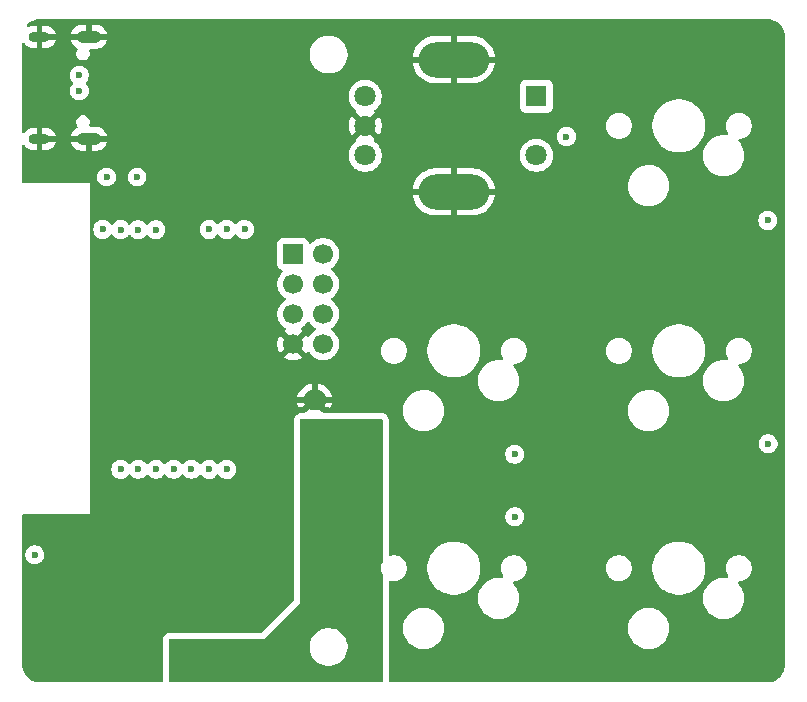
<source format=gbr>
%TF.GenerationSoftware,KiCad,Pcbnew,9.0.2*%
%TF.CreationDate,2025-07-23T19:01:54-06:00*%
%TF.ProjectId,macro devboard ESP32,6d616372-6f20-4646-9576-626f61726420,rev?*%
%TF.SameCoordinates,Original*%
%TF.FileFunction,Copper,L2,Inr*%
%TF.FilePolarity,Positive*%
%FSLAX46Y46*%
G04 Gerber Fmt 4.6, Leading zero omitted, Abs format (unit mm)*
G04 Created by KiCad (PCBNEW 9.0.2) date 2025-07-23 19:01:54*
%MOMM*%
%LPD*%
G01*
G04 APERTURE LIST*
G04 Aperture macros list*
%AMRoundRect*
0 Rectangle with rounded corners*
0 $1 Rounding radius*
0 $2 $3 $4 $5 $6 $7 $8 $9 X,Y pos of 4 corners*
0 Add a 4 corners polygon primitive as box body*
4,1,4,$2,$3,$4,$5,$6,$7,$8,$9,$2,$3,0*
0 Add four circle primitives for the rounded corners*
1,1,$1+$1,$2,$3*
1,1,$1+$1,$4,$5*
1,1,$1+$1,$6,$7*
1,1,$1+$1,$8,$9*
0 Add four rect primitives between the rounded corners*
20,1,$1+$1,$2,$3,$4,$5,0*
20,1,$1+$1,$4,$5,$6,$7,0*
20,1,$1+$1,$6,$7,$8,$9,0*
20,1,$1+$1,$8,$9,$2,$3,0*%
G04 Aperture macros list end*
%TA.AperFunction,ComponentPad*%
%ADD10R,1.800000X1.800000*%
%TD*%
%TA.AperFunction,ComponentPad*%
%ADD11C,1.800000*%
%TD*%
%TA.AperFunction,ComponentPad*%
%ADD12O,6.000000X3.000000*%
%TD*%
%TA.AperFunction,HeatsinkPad*%
%ADD13C,0.600000*%
%TD*%
%TA.AperFunction,ComponentPad*%
%ADD14O,2.100000X1.050000*%
%TD*%
%TA.AperFunction,ComponentPad*%
%ADD15O,1.800000X0.900000*%
%TD*%
%TA.AperFunction,ComponentPad*%
%ADD16RoundRect,0.250000X0.750000X-0.600000X0.750000X0.600000X-0.750000X0.600000X-0.750000X-0.600000X0*%
%TD*%
%TA.AperFunction,ComponentPad*%
%ADD17O,2.000000X1.700000*%
%TD*%
%TA.AperFunction,ComponentPad*%
%ADD18R,1.700000X1.700000*%
%TD*%
%TA.AperFunction,ComponentPad*%
%ADD19C,1.700000*%
%TD*%
%TA.AperFunction,ViaPad*%
%ADD20C,0.600000*%
%TD*%
%TA.AperFunction,Conductor*%
%ADD21C,0.500000*%
%TD*%
G04 APERTURE END LIST*
D10*
%TO.N,Net-(D7-A)*%
%TO.C,S1*%
X233040000Y-47020000D03*
D11*
%TO.N,col2*%
X233040000Y-52020000D03*
%TO.N,ROT1*%
X218540000Y-47020000D03*
%TO.N,ROT2*%
X218540000Y-52020000D03*
%TO.N,GND*%
X218540000Y-49520000D03*
D12*
X226040000Y-43920000D03*
X226040000Y-55120000D03*
%TD*%
D13*
%TO.N,GND*%
%TO.C,U1*%
X201970000Y-68540000D03*
X203070000Y-68540000D03*
X201420000Y-67990000D03*
X202520000Y-67990000D03*
X203620000Y-67990000D03*
X201970000Y-67440000D03*
X203070000Y-67440000D03*
X201420000Y-66890000D03*
X202520000Y-66890000D03*
X203620000Y-66890000D03*
X201970000Y-66340000D03*
X203070000Y-66340000D03*
%TD*%
D14*
%TO.N,GND*%
%TO.C,J1*%
X195140000Y-41990000D03*
X195140000Y-50630000D03*
D15*
X190960000Y-41990000D03*
X190960000Y-50630000D03*
%TD*%
D16*
%TO.N,VBAT*%
%TO.C,J2*%
X214260000Y-75240000D03*
D17*
%TO.N,GND*%
X214260000Y-72740000D03*
%TD*%
D18*
%TO.N,IO20{slash}RXD*%
%TO.C,J3*%
X212440000Y-60390000D03*
D19*
%TO.N,IO21{slash}TXD*%
X214980000Y-60390000D03*
%TO.N,IO3*%
X212440000Y-62930000D03*
%TO.N,IO2*%
X214980000Y-62930000D03*
%TO.N,IO1*%
X212440000Y-65470000D03*
%TO.N,IO0*%
X214980000Y-65470000D03*
%TO.N,GND*%
X212440000Y-68010000D03*
%TO.N,VDD*%
X214980000Y-68010000D03*
%TD*%
D20*
%TO.N,row0*%
X202327500Y-78610000D03*
X252620000Y-57540000D03*
X252650000Y-76450000D03*
%TO.N,row1*%
X200827500Y-78610000D03*
X235580000Y-50440000D03*
X231210000Y-82620000D03*
X231190000Y-77330000D03*
%TO.N,GND*%
X223720000Y-47560000D03*
X208720000Y-73560000D03*
X245720000Y-81560000D03*
X249720000Y-59560000D03*
X223420000Y-66170000D03*
X208720000Y-75560000D03*
X247720000Y-55560000D03*
X198720000Y-65560000D03*
X245720000Y-61560000D03*
X198720000Y-75560000D03*
X208450000Y-52210000D03*
X200570000Y-44580000D03*
X196720000Y-91560000D03*
X247720000Y-61560000D03*
X210660000Y-84220000D03*
X251720000Y-43560000D03*
X241720000Y-45560000D03*
X231720000Y-65560000D03*
X249720000Y-43560000D03*
X237720000Y-65560000D03*
X239720000Y-77560000D03*
X235720000Y-41560000D03*
X229720000Y-95560000D03*
X204720000Y-75560000D03*
X247720000Y-81560000D03*
X200720000Y-73560000D03*
X251720000Y-41560000D03*
X231720000Y-43560000D03*
X233720000Y-67560000D03*
X247720000Y-79560000D03*
X233720000Y-41560000D03*
X245720000Y-55560000D03*
X223720000Y-83560000D03*
X231720000Y-93560000D03*
X190720000Y-45560000D03*
X233720000Y-93560000D03*
X208450000Y-50360000D03*
X245720000Y-63560000D03*
X237720000Y-63560000D03*
X194720000Y-95560000D03*
X206720000Y-73560000D03*
X243720000Y-79560000D03*
X249720000Y-45560000D03*
X202720000Y-75560000D03*
X245720000Y-91560000D03*
X198720000Y-71560000D03*
X196720000Y-71560000D03*
X241720000Y-63560000D03*
X249720000Y-81560000D03*
X241720000Y-47560000D03*
X243720000Y-81560000D03*
X239720000Y-43560000D03*
X239720000Y-47560000D03*
X227720000Y-75560000D03*
X208770000Y-91490000D03*
X201610000Y-49082500D03*
X225720000Y-93560000D03*
X192720000Y-43560000D03*
X243720000Y-77560000D03*
X245720000Y-41560000D03*
X227720000Y-47560000D03*
X239720000Y-95560000D03*
X229720000Y-45560000D03*
X196720000Y-73560000D03*
X227720000Y-95560000D03*
X227720000Y-49560000D03*
X235720000Y-79560000D03*
X208720000Y-71560000D03*
X232530000Y-78010000D03*
X237720000Y-71560000D03*
X196720000Y-93560000D03*
X227720000Y-91560000D03*
X239720000Y-51560000D03*
X235720000Y-85560000D03*
X237720000Y-95560000D03*
X235720000Y-93560000D03*
X239720000Y-71560000D03*
X229720000Y-41560000D03*
X233720000Y-61560000D03*
X229720000Y-49560000D03*
X247720000Y-95560000D03*
X237720000Y-47560000D03*
X239720000Y-89560000D03*
X249720000Y-57560000D03*
X196720000Y-69560000D03*
X235720000Y-81560000D03*
X206720000Y-71560000D03*
X190170000Y-92690000D03*
X208720000Y-66540000D03*
X216190000Y-47380000D03*
X243720000Y-43560000D03*
X249720000Y-63560000D03*
X231720000Y-59560000D03*
X239720000Y-59560000D03*
X221720000Y-47560000D03*
X249720000Y-95560000D03*
X253000000Y-79550000D03*
X245720000Y-57560000D03*
X239720000Y-41560000D03*
X204720000Y-71560000D03*
X245720000Y-59560000D03*
X251720000Y-45560000D03*
X245720000Y-65560000D03*
X235720000Y-43560000D03*
X237720000Y-81560000D03*
X192720000Y-41560000D03*
X222310000Y-53580000D03*
X229720000Y-75560000D03*
X225720000Y-83560000D03*
X208480000Y-54030000D03*
X227720000Y-93560000D03*
X229720000Y-65560000D03*
X237720000Y-85560000D03*
X221720000Y-89560000D03*
X247720000Y-59560000D03*
X233720000Y-63560000D03*
X247720000Y-43560000D03*
X241720000Y-43560000D03*
X229720000Y-47560000D03*
X205580000Y-56690000D03*
X241720000Y-95560000D03*
X249720000Y-61560000D03*
X247720000Y-41560000D03*
X233720000Y-65560000D03*
X235720000Y-91560000D03*
X229720000Y-83560000D03*
X208210000Y-88180000D03*
X229720000Y-51560000D03*
X231720000Y-53560000D03*
X241720000Y-49560000D03*
X245720000Y-71560000D03*
X227720000Y-63560000D03*
X191890000Y-90840000D03*
X208790000Y-55310000D03*
X229720000Y-73560000D03*
X237720000Y-45560000D03*
X221720000Y-95560000D03*
X225720000Y-49560000D03*
X223720000Y-41560000D03*
X202720000Y-73560000D03*
X219720000Y-41560000D03*
X190720000Y-47560000D03*
X249720000Y-75560000D03*
X245720000Y-73560000D03*
X241720000Y-77560000D03*
X196720000Y-95560000D03*
X198720000Y-69560000D03*
X245720000Y-43560000D03*
X202720000Y-71560000D03*
X225720000Y-71560000D03*
X221720000Y-41560000D03*
X241720000Y-57560000D03*
X202970000Y-55530000D03*
X196720000Y-67560000D03*
X210390000Y-55310000D03*
X225720000Y-47560000D03*
X249720000Y-93560000D03*
X239720000Y-65560000D03*
X241720000Y-87560000D03*
X249720000Y-77560000D03*
X200720000Y-95560000D03*
X235720000Y-95560000D03*
X227720000Y-41560000D03*
X237720000Y-79560000D03*
X204720000Y-73560000D03*
X196720000Y-65560000D03*
X229720000Y-63560000D03*
X198720000Y-63560000D03*
X239720000Y-61560000D03*
X243720000Y-61560000D03*
X204530000Y-53920000D03*
X206980000Y-55330000D03*
X237720000Y-61560000D03*
X241720000Y-41560000D03*
X225720000Y-95560000D03*
X205760000Y-52190000D03*
X239720000Y-81560000D03*
X253000000Y-81550000D03*
X237720000Y-67560000D03*
X225720000Y-41560000D03*
X233720000Y-43560000D03*
X241720000Y-59560000D03*
X208720000Y-69560000D03*
X243720000Y-45560000D03*
X227720000Y-57560000D03*
X243720000Y-59560000D03*
X223440000Y-76800000D03*
X247720000Y-73560000D03*
X229720000Y-53560000D03*
X231720000Y-41560000D03*
X239720000Y-63560000D03*
X200720000Y-71560000D03*
X245720000Y-79560000D03*
X241720000Y-89560000D03*
X247720000Y-77560000D03*
X247720000Y-65560000D03*
X229720000Y-93560000D03*
X223720000Y-95560000D03*
X225720000Y-57560000D03*
X241720000Y-61560000D03*
X221720000Y-83560000D03*
X241720000Y-85560000D03*
X200720000Y-63570000D03*
X237720000Y-49560000D03*
X208450000Y-48630000D03*
X231720000Y-63560000D03*
X247720000Y-63560000D03*
X249720000Y-41560000D03*
X237720000Y-89560000D03*
X247720000Y-75560000D03*
X237720000Y-77560000D03*
X243720000Y-57560000D03*
X241720000Y-69560000D03*
X225720000Y-77560000D03*
X204720000Y-61560000D03*
X227720000Y-77560000D03*
X233720000Y-49560000D03*
X237720000Y-69560000D03*
X210633474Y-59090000D03*
X247720000Y-47560000D03*
X233720000Y-57560000D03*
X190720000Y-43560000D03*
X245720000Y-93560000D03*
X231720000Y-73560000D03*
X227720000Y-73560000D03*
X249720000Y-47560000D03*
X198720000Y-67560000D03*
X206720000Y-69560000D03*
X249720000Y-65560000D03*
X235720000Y-45560000D03*
X196720000Y-61560000D03*
X245720000Y-75560000D03*
X223720000Y-89560000D03*
X231720000Y-95560000D03*
X192720000Y-95560000D03*
X206720000Y-75560000D03*
X235720000Y-74850000D03*
X221720000Y-45560000D03*
X199700000Y-91270000D03*
X196720000Y-63560000D03*
X241720000Y-51560000D03*
X251720000Y-47560000D03*
X227720000Y-83560000D03*
X225720000Y-75560000D03*
X200790000Y-84565000D03*
X198720000Y-73560000D03*
X231720000Y-49560000D03*
X204220000Y-58040000D03*
X192720000Y-49560000D03*
X241720000Y-65560000D03*
X223720000Y-61560000D03*
X245720000Y-53560000D03*
X233720000Y-59560000D03*
X231720000Y-61560000D03*
X233720000Y-95560000D03*
X249720000Y-79560000D03*
X225720000Y-51560000D03*
X211000000Y-70440000D03*
X200720000Y-75560000D03*
X237720000Y-87560000D03*
X239720000Y-57560000D03*
X219720000Y-43560000D03*
X205760000Y-48640000D03*
X237720000Y-59560000D03*
X206720000Y-61560000D03*
X223720000Y-51560000D03*
X208720000Y-61560000D03*
X243720000Y-41560000D03*
X251720000Y-93560000D03*
X249720000Y-55560000D03*
X205760000Y-50350000D03*
X243720000Y-65560000D03*
X241720000Y-67560000D03*
X229720000Y-85560000D03*
X201710000Y-57380000D03*
X194720000Y-89560000D03*
X235720000Y-87560000D03*
X221720000Y-43560000D03*
X239720000Y-45560000D03*
X198720000Y-95560000D03*
X241720000Y-81560000D03*
X225720000Y-59560000D03*
X229720000Y-61560000D03*
X227720000Y-51560000D03*
X241720000Y-79560000D03*
X235720000Y-89560000D03*
X223720000Y-49560000D03*
X194780000Y-87202500D03*
X210720000Y-61560000D03*
X245720000Y-95560000D03*
X223720000Y-57560000D03*
X196720000Y-75560000D03*
X207380000Y-84230000D03*
X243720000Y-95560000D03*
X199440000Y-52370000D03*
X245720000Y-77560000D03*
X190520000Y-89560000D03*
X223720000Y-59560000D03*
X249720000Y-73560000D03*
X225720000Y-65560000D03*
X229720000Y-77560000D03*
X227720000Y-65560000D03*
X237720000Y-43560000D03*
X245720000Y-45560000D03*
X237720000Y-57560000D03*
X212720000Y-41560000D03*
X251720000Y-95560000D03*
X194720000Y-93560000D03*
X198710000Y-61550000D03*
X237720000Y-41560000D03*
X247720000Y-57560000D03*
X209030000Y-84230000D03*
X237720000Y-51560000D03*
X243720000Y-63560000D03*
X239720000Y-79560000D03*
X247720000Y-93560000D03*
X247720000Y-45560000D03*
X194720000Y-91560000D03*
X206720000Y-67560000D03*
%TO.N,/Din-*%
X194340000Y-45260000D03*
X194344670Y-46559999D03*
%TO.N,IO1*%
X197830000Y-58310000D03*
%TO.N,IO20{slash}RXD*%
X206820000Y-58300000D03*
%TO.N,IO3*%
X200822500Y-58325000D03*
%TO.N,IO21{slash}TXD*%
X205320000Y-58300000D03*
%TO.N,IO2*%
X199320000Y-58320000D03*
%TO.N,IO0*%
X196312500Y-58300000D03*
%TO.N,ROT1*%
X206817500Y-78620000D03*
%TO.N,ROT2*%
X208320000Y-58300000D03*
%TO.N,Net-(JP10-A)*%
X199220000Y-53860000D03*
%TO.N,Net-(JP11-A)*%
X196640000Y-53860000D03*
%TO.N,VBAT*%
X207320000Y-93470000D03*
X211460000Y-93470000D03*
X208710000Y-93470000D03*
X203010000Y-94760000D03*
X204420000Y-93470000D03*
X210120000Y-93460000D03*
X210120000Y-94740000D03*
X203010000Y-96060000D03*
X208710000Y-94750000D03*
X204420000Y-96050000D03*
X203010000Y-93480000D03*
X205910000Y-94760000D03*
X208710000Y-96050000D03*
X210120000Y-96040000D03*
X211460000Y-94750000D03*
X205910000Y-96060000D03*
X204420000Y-94750000D03*
X211460000Y-96050000D03*
X207320000Y-94750000D03*
X205910000Y-93480000D03*
X207320000Y-96050000D03*
%TO.N,EN*%
X190550000Y-85850000D03*
X197830000Y-78620000D03*
%TO.N,col2*%
X205317500Y-78620000D03*
%TO.N,col0*%
X199327500Y-78610000D03*
%TO.N,col1*%
X203827500Y-78610000D03*
%TD*%
D21*
%TO.N,GND*%
X213390000Y-73610000D02*
X212930000Y-73610000D01*
X214260000Y-72740000D02*
X213390000Y-73610000D01*
X214260000Y-72740000D02*
X215070000Y-73550000D01*
X215070000Y-73550000D02*
X215390000Y-73550000D01*
%TO.N,VBAT*%
X214260000Y-75240000D02*
X214930000Y-74570000D01*
X213230000Y-76270000D02*
X213230000Y-76940000D01*
X214260000Y-75240000D02*
X213230000Y-76270000D01*
X214930000Y-74570000D02*
X215920000Y-74570000D01*
X214260000Y-75240000D02*
X214910000Y-74590000D01*
%TD*%
%TA.AperFunction,Conductor*%
%TO.N,GND*%
G36*
X213781444Y-66123999D02*
G01*
X213820486Y-66169056D01*
X213824951Y-66177820D01*
X213949890Y-66349786D01*
X214100213Y-66500109D01*
X214272182Y-66625050D01*
X214280946Y-66629516D01*
X214331742Y-66677491D01*
X214348536Y-66745312D01*
X214325998Y-66811447D01*
X214280946Y-66850484D01*
X214272182Y-66854949D01*
X214100213Y-66979890D01*
X213949890Y-67130213D01*
X213824949Y-67302182D01*
X213820202Y-67311499D01*
X213772227Y-67362293D01*
X213704405Y-67379087D01*
X213638271Y-67356548D01*
X213599234Y-67311495D01*
X213594626Y-67302452D01*
X213555270Y-67248282D01*
X213555269Y-67248282D01*
X212922962Y-67880590D01*
X212905925Y-67817007D01*
X212840099Y-67702993D01*
X212747007Y-67609901D01*
X212632993Y-67544075D01*
X212569409Y-67527037D01*
X213201716Y-66894728D01*
X213147547Y-66855373D01*
X213147547Y-66855372D01*
X213138500Y-66850763D01*
X213087706Y-66802788D01*
X213070912Y-66734966D01*
X213093451Y-66668832D01*
X213138508Y-66629793D01*
X213147816Y-66625051D01*
X213227007Y-66567515D01*
X213319786Y-66500109D01*
X213319788Y-66500106D01*
X213319792Y-66500104D01*
X213470104Y-66349792D01*
X213470106Y-66349788D01*
X213470109Y-66349786D01*
X213595048Y-66177820D01*
X213595047Y-66177820D01*
X213595051Y-66177816D01*
X213599514Y-66169054D01*
X213647488Y-66118259D01*
X213715308Y-66101463D01*
X213781444Y-66123999D01*
G37*
%TD.AperFunction*%
%TA.AperFunction,Conductor*%
G36*
X252594418Y-40495816D02*
G01*
X252794561Y-40510130D01*
X252812063Y-40512647D01*
X253003797Y-40554355D01*
X253020755Y-40559334D01*
X253204609Y-40627909D01*
X253220701Y-40635259D01*
X253392904Y-40729288D01*
X253407784Y-40738849D01*
X253564867Y-40856441D01*
X253578237Y-40868027D01*
X253716972Y-41006762D01*
X253728558Y-41020132D01*
X253827822Y-41152733D01*
X253846146Y-41177210D01*
X253855711Y-41192095D01*
X253949740Y-41364298D01*
X253957090Y-41380390D01*
X254025662Y-41564236D01*
X254030646Y-41581212D01*
X254072351Y-41772931D01*
X254074869Y-41790442D01*
X254089184Y-41990580D01*
X254089500Y-41999427D01*
X254089500Y-95140572D01*
X254089184Y-95149418D01*
X254089184Y-95149419D01*
X254074869Y-95349557D01*
X254072351Y-95367068D01*
X254030646Y-95558787D01*
X254025662Y-95575763D01*
X253957090Y-95759609D01*
X253949740Y-95775701D01*
X253855711Y-95947904D01*
X253846146Y-95962789D01*
X253728558Y-96119867D01*
X253716972Y-96133237D01*
X253578237Y-96271972D01*
X253564867Y-96283558D01*
X253407789Y-96401146D01*
X253392904Y-96410711D01*
X253220701Y-96504740D01*
X253204609Y-96512090D01*
X253020763Y-96580662D01*
X253003787Y-96585646D01*
X252812068Y-96627351D01*
X252794557Y-96629869D01*
X252613779Y-96642799D01*
X252594417Y-96644184D01*
X252585572Y-96644500D01*
X220649500Y-96644500D01*
X220582461Y-96624815D01*
X220536706Y-96572011D01*
X220525500Y-96520500D01*
X220525500Y-91950258D01*
X221749500Y-91950258D01*
X221749500Y-92179741D01*
X221774446Y-92369215D01*
X221779452Y-92407238D01*
X221835100Y-92614923D01*
X221838842Y-92628887D01*
X221926650Y-92840876D01*
X221926657Y-92840890D01*
X222041392Y-93039617D01*
X222181081Y-93221661D01*
X222181089Y-93221670D01*
X222343330Y-93383911D01*
X222343338Y-93383918D01*
X222525382Y-93523607D01*
X222525385Y-93523608D01*
X222525388Y-93523611D01*
X222724112Y-93638344D01*
X222724117Y-93638346D01*
X222724123Y-93638349D01*
X222815480Y-93676190D01*
X222936113Y-93726158D01*
X223157762Y-93785548D01*
X223385266Y-93815500D01*
X223385273Y-93815500D01*
X223614727Y-93815500D01*
X223614734Y-93815500D01*
X223842238Y-93785548D01*
X224063887Y-93726158D01*
X224275888Y-93638344D01*
X224474612Y-93523611D01*
X224656661Y-93383919D01*
X224656665Y-93383914D01*
X224656670Y-93383911D01*
X224818911Y-93221670D01*
X224818914Y-93221665D01*
X224818919Y-93221661D01*
X224958611Y-93039612D01*
X225073344Y-92840888D01*
X225161158Y-92628887D01*
X225220548Y-92407238D01*
X225250500Y-92179734D01*
X225250500Y-91950266D01*
X225250499Y-91950258D01*
X240799500Y-91950258D01*
X240799500Y-92179741D01*
X240824446Y-92369215D01*
X240829452Y-92407238D01*
X240885100Y-92614923D01*
X240888842Y-92628887D01*
X240976650Y-92840876D01*
X240976657Y-92840890D01*
X241091392Y-93039617D01*
X241231081Y-93221661D01*
X241231089Y-93221670D01*
X241393330Y-93383911D01*
X241393338Y-93383918D01*
X241575382Y-93523607D01*
X241575385Y-93523608D01*
X241575388Y-93523611D01*
X241774112Y-93638344D01*
X241774117Y-93638346D01*
X241774123Y-93638349D01*
X241865480Y-93676190D01*
X241986113Y-93726158D01*
X242207762Y-93785548D01*
X242435266Y-93815500D01*
X242435273Y-93815500D01*
X242664727Y-93815500D01*
X242664734Y-93815500D01*
X242892238Y-93785548D01*
X243113887Y-93726158D01*
X243325888Y-93638344D01*
X243524612Y-93523611D01*
X243706661Y-93383919D01*
X243706665Y-93383914D01*
X243706670Y-93383911D01*
X243868911Y-93221670D01*
X243868914Y-93221665D01*
X243868919Y-93221661D01*
X244008611Y-93039612D01*
X244123344Y-92840888D01*
X244211158Y-92628887D01*
X244270548Y-92407238D01*
X244300500Y-92179734D01*
X244300500Y-91950266D01*
X244270548Y-91722762D01*
X244211158Y-91501113D01*
X244123344Y-91289112D01*
X244008611Y-91090388D01*
X244008608Y-91090385D01*
X244008607Y-91090382D01*
X243868918Y-90908338D01*
X243868911Y-90908330D01*
X243706670Y-90746089D01*
X243706661Y-90746081D01*
X243524617Y-90606392D01*
X243325890Y-90491657D01*
X243325876Y-90491650D01*
X243113887Y-90403842D01*
X242892238Y-90344452D01*
X242854215Y-90339446D01*
X242664741Y-90314500D01*
X242664734Y-90314500D01*
X242435266Y-90314500D01*
X242435258Y-90314500D01*
X242218715Y-90343009D01*
X242207762Y-90344452D01*
X242114076Y-90369554D01*
X241986112Y-90403842D01*
X241774123Y-90491650D01*
X241774109Y-90491657D01*
X241575382Y-90606392D01*
X241393338Y-90746081D01*
X241231081Y-90908338D01*
X241091392Y-91090382D01*
X240976657Y-91289109D01*
X240976650Y-91289123D01*
X240888842Y-91501112D01*
X240829453Y-91722759D01*
X240829451Y-91722770D01*
X240799500Y-91950258D01*
X225250499Y-91950258D01*
X225220548Y-91722762D01*
X225161158Y-91501113D01*
X225073344Y-91289112D01*
X224958611Y-91090388D01*
X224958608Y-91090385D01*
X224958607Y-91090382D01*
X224818918Y-90908338D01*
X224818911Y-90908330D01*
X224656670Y-90746089D01*
X224656661Y-90746081D01*
X224474617Y-90606392D01*
X224275890Y-90491657D01*
X224275876Y-90491650D01*
X224063887Y-90403842D01*
X223842238Y-90344452D01*
X223804215Y-90339446D01*
X223614741Y-90314500D01*
X223614734Y-90314500D01*
X223385266Y-90314500D01*
X223385258Y-90314500D01*
X223168715Y-90343009D01*
X223157762Y-90344452D01*
X223064076Y-90369554D01*
X222936112Y-90403842D01*
X222724123Y-90491650D01*
X222724109Y-90491657D01*
X222525382Y-90606392D01*
X222343338Y-90746081D01*
X222181081Y-90908338D01*
X222041392Y-91090382D01*
X221926657Y-91289109D01*
X221926650Y-91289123D01*
X221838842Y-91501112D01*
X221779453Y-91722759D01*
X221779451Y-91722770D01*
X221749500Y-91950258D01*
X220525500Y-91950258D01*
X220525500Y-89410258D01*
X228099500Y-89410258D01*
X228099500Y-89639741D01*
X228110980Y-89726935D01*
X228129452Y-89867238D01*
X228129453Y-89867240D01*
X228188842Y-90088887D01*
X228276650Y-90300876D01*
X228276657Y-90300890D01*
X228391392Y-90499617D01*
X228531081Y-90681661D01*
X228531089Y-90681670D01*
X228693330Y-90843911D01*
X228693338Y-90843918D01*
X228875382Y-90983607D01*
X228875385Y-90983608D01*
X228875388Y-90983611D01*
X229074112Y-91098344D01*
X229074117Y-91098346D01*
X229074123Y-91098349D01*
X229165480Y-91136190D01*
X229286113Y-91186158D01*
X229507762Y-91245548D01*
X229735266Y-91275500D01*
X229735273Y-91275500D01*
X229964727Y-91275500D01*
X229964734Y-91275500D01*
X230192238Y-91245548D01*
X230413887Y-91186158D01*
X230625888Y-91098344D01*
X230824612Y-90983611D01*
X231006661Y-90843919D01*
X231006665Y-90843914D01*
X231006670Y-90843911D01*
X231168911Y-90681670D01*
X231168914Y-90681665D01*
X231168919Y-90681661D01*
X231308611Y-90499612D01*
X231423344Y-90300888D01*
X231511158Y-90088887D01*
X231570548Y-89867238D01*
X231600500Y-89639734D01*
X231600500Y-89410266D01*
X231600499Y-89410258D01*
X247149500Y-89410258D01*
X247149500Y-89639741D01*
X247160980Y-89726935D01*
X247179452Y-89867238D01*
X247179453Y-89867240D01*
X247238842Y-90088887D01*
X247326650Y-90300876D01*
X247326657Y-90300890D01*
X247441392Y-90499617D01*
X247581081Y-90681661D01*
X247581089Y-90681670D01*
X247743330Y-90843911D01*
X247743338Y-90843918D01*
X247925382Y-90983607D01*
X247925385Y-90983608D01*
X247925388Y-90983611D01*
X248124112Y-91098344D01*
X248124117Y-91098346D01*
X248124123Y-91098349D01*
X248215480Y-91136190D01*
X248336113Y-91186158D01*
X248557762Y-91245548D01*
X248785266Y-91275500D01*
X248785273Y-91275500D01*
X249014727Y-91275500D01*
X249014734Y-91275500D01*
X249242238Y-91245548D01*
X249463887Y-91186158D01*
X249675888Y-91098344D01*
X249874612Y-90983611D01*
X250056661Y-90843919D01*
X250056665Y-90843914D01*
X250056670Y-90843911D01*
X250218911Y-90681670D01*
X250218914Y-90681665D01*
X250218919Y-90681661D01*
X250358611Y-90499612D01*
X250473344Y-90300888D01*
X250561158Y-90088887D01*
X250620548Y-89867238D01*
X250650500Y-89639734D01*
X250650500Y-89410266D01*
X250620548Y-89182762D01*
X250561158Y-88961113D01*
X250473344Y-88749112D01*
X250358611Y-88550388D01*
X250358608Y-88550385D01*
X250358607Y-88550382D01*
X250218918Y-88368338D01*
X250218911Y-88368330D01*
X250148662Y-88298081D01*
X250115177Y-88236758D01*
X250120161Y-88167066D01*
X250162033Y-88111133D01*
X250227497Y-88086716D01*
X250236343Y-88086400D01*
X250256687Y-88086400D01*
X250339695Y-88073252D01*
X250427912Y-88059280D01*
X250592791Y-88005708D01*
X250747260Y-87927002D01*
X250887514Y-87825101D01*
X251010101Y-87702514D01*
X251112002Y-87562260D01*
X251190708Y-87407791D01*
X251244280Y-87242912D01*
X251261831Y-87132099D01*
X251271400Y-87071687D01*
X251271400Y-86898312D01*
X251255622Y-86798702D01*
X251244280Y-86727088D01*
X251190708Y-86562209D01*
X251190708Y-86562208D01*
X251112001Y-86407739D01*
X251010101Y-86267486D01*
X250887514Y-86144899D01*
X250747260Y-86042998D01*
X250592791Y-85964291D01*
X250592788Y-85964290D01*
X250427913Y-85910720D01*
X250256687Y-85883600D01*
X250256682Y-85883600D01*
X250083318Y-85883600D01*
X250083313Y-85883600D01*
X249912086Y-85910720D01*
X249747211Y-85964290D01*
X249747208Y-85964291D01*
X249592739Y-86042998D01*
X249512719Y-86101136D01*
X249452486Y-86144899D01*
X249452484Y-86144901D01*
X249452483Y-86144901D01*
X249329901Y-86267483D01*
X249329901Y-86267484D01*
X249329899Y-86267486D01*
X249286136Y-86327719D01*
X249227998Y-86407739D01*
X249149291Y-86562208D01*
X249149290Y-86562211D01*
X249095720Y-86727086D01*
X249068600Y-86898312D01*
X249068600Y-87071687D01*
X249095720Y-87242913D01*
X249149290Y-87407788D01*
X249149291Y-87407791D01*
X249227998Y-87562260D01*
X249251420Y-87594497D01*
X249274900Y-87660303D01*
X249259075Y-87728357D01*
X249208970Y-87777052D01*
X249140492Y-87790928D01*
X249134917Y-87790322D01*
X249014744Y-87774501D01*
X249014739Y-87774500D01*
X249014734Y-87774500D01*
X248785266Y-87774500D01*
X248785258Y-87774500D01*
X248568715Y-87803009D01*
X248557762Y-87804452D01*
X248480709Y-87825098D01*
X248336112Y-87863842D01*
X248124123Y-87951650D01*
X248124109Y-87951657D01*
X247925382Y-88066392D01*
X247743338Y-88206081D01*
X247581081Y-88368338D01*
X247441392Y-88550382D01*
X247326657Y-88749109D01*
X247326650Y-88749123D01*
X247238842Y-88961112D01*
X247179453Y-89182759D01*
X247179451Y-89182770D01*
X247149500Y-89410258D01*
X231600499Y-89410258D01*
X231570548Y-89182762D01*
X231511158Y-88961113D01*
X231423344Y-88749112D01*
X231308611Y-88550388D01*
X231308608Y-88550385D01*
X231308607Y-88550382D01*
X231168918Y-88368338D01*
X231168911Y-88368330D01*
X231098662Y-88298081D01*
X231065177Y-88236758D01*
X231070161Y-88167066D01*
X231112033Y-88111133D01*
X231177497Y-88086716D01*
X231186343Y-88086400D01*
X231206687Y-88086400D01*
X231289695Y-88073252D01*
X231377912Y-88059280D01*
X231542791Y-88005708D01*
X231697260Y-87927002D01*
X231837514Y-87825101D01*
X231960101Y-87702514D01*
X232062002Y-87562260D01*
X232140708Y-87407791D01*
X232194280Y-87242912D01*
X232211831Y-87132099D01*
X232221400Y-87071687D01*
X232221400Y-86898312D01*
X238908600Y-86898312D01*
X238908600Y-87071687D01*
X238935720Y-87242913D01*
X238989290Y-87407788D01*
X238989291Y-87407791D01*
X239067998Y-87562260D01*
X239169899Y-87702514D01*
X239292486Y-87825101D01*
X239432740Y-87927002D01*
X239481126Y-87951656D01*
X239587208Y-88005708D01*
X239587211Y-88005709D01*
X239669648Y-88032494D01*
X239752088Y-88059280D01*
X239831391Y-88071840D01*
X239923313Y-88086400D01*
X239923318Y-88086400D01*
X240096687Y-88086400D01*
X240179695Y-88073252D01*
X240267912Y-88059280D01*
X240432791Y-88005708D01*
X240587260Y-87927002D01*
X240727514Y-87825101D01*
X240850101Y-87702514D01*
X240952002Y-87562260D01*
X241030708Y-87407791D01*
X241084280Y-87242912D01*
X241101831Y-87132099D01*
X241111400Y-87071687D01*
X241111400Y-86898312D01*
X241104260Y-86853233D01*
X241101831Y-86837900D01*
X242845600Y-86837900D01*
X242845600Y-87132099D01*
X242845601Y-87132116D01*
X242884001Y-87423796D01*
X242960152Y-87707994D01*
X243072734Y-87979794D01*
X243072742Y-87979810D01*
X243219840Y-88234589D01*
X243219851Y-88234605D01*
X243398948Y-88468009D01*
X243398954Y-88468016D01*
X243606983Y-88676045D01*
X243606990Y-88676051D01*
X243773205Y-88803592D01*
X243840403Y-88855155D01*
X243840410Y-88855159D01*
X244095189Y-89002257D01*
X244095205Y-89002265D01*
X244367005Y-89114847D01*
X244367007Y-89114847D01*
X244367013Y-89114850D01*
X244651200Y-89190998D01*
X244942894Y-89229400D01*
X244942901Y-89229400D01*
X245237099Y-89229400D01*
X245237106Y-89229400D01*
X245528800Y-89190998D01*
X245812987Y-89114850D01*
X245886318Y-89084475D01*
X246084794Y-89002265D01*
X246084797Y-89002263D01*
X246084803Y-89002261D01*
X246339597Y-88855155D01*
X246573011Y-88676050D01*
X246781050Y-88468011D01*
X246960155Y-88234597D01*
X247107261Y-87979803D01*
X247118920Y-87951657D01*
X247192300Y-87774500D01*
X247219850Y-87707987D01*
X247295998Y-87423800D01*
X247334400Y-87132106D01*
X247334400Y-86837894D01*
X247295998Y-86546200D01*
X247219850Y-86262013D01*
X247219847Y-86262005D01*
X247107265Y-85990205D01*
X247107257Y-85990189D01*
X246960159Y-85735410D01*
X246960155Y-85735403D01*
X246781050Y-85501989D01*
X246781045Y-85501983D01*
X246573016Y-85293954D01*
X246573009Y-85293948D01*
X246339605Y-85114851D01*
X246339603Y-85114849D01*
X246339597Y-85114845D01*
X246339592Y-85114842D01*
X246339589Y-85114840D01*
X246084810Y-84967742D01*
X246084794Y-84967734D01*
X245812994Y-84855152D01*
X245528796Y-84779001D01*
X245237116Y-84740601D01*
X245237111Y-84740600D01*
X245237106Y-84740600D01*
X244942894Y-84740600D01*
X244942888Y-84740600D01*
X244942883Y-84740601D01*
X244651203Y-84779001D01*
X244367005Y-84855152D01*
X244095205Y-84967734D01*
X244095189Y-84967742D01*
X243840410Y-85114840D01*
X243840394Y-85114851D01*
X243606990Y-85293948D01*
X243606983Y-85293954D01*
X243398954Y-85501983D01*
X243398948Y-85501990D01*
X243219851Y-85735394D01*
X243219840Y-85735410D01*
X243072742Y-85990189D01*
X243072734Y-85990205D01*
X242960152Y-86262005D01*
X242884001Y-86546203D01*
X242845601Y-86837883D01*
X242845600Y-86837900D01*
X241101831Y-86837900D01*
X241094019Y-86788579D01*
X241084280Y-86727088D01*
X241030708Y-86562209D01*
X241030708Y-86562208D01*
X240952001Y-86407739D01*
X240850101Y-86267486D01*
X240727514Y-86144899D01*
X240587260Y-86042998D01*
X240432791Y-85964291D01*
X240432788Y-85964290D01*
X240267913Y-85910720D01*
X240096687Y-85883600D01*
X240096682Y-85883600D01*
X239923318Y-85883600D01*
X239923313Y-85883600D01*
X239752086Y-85910720D01*
X239587211Y-85964290D01*
X239587208Y-85964291D01*
X239432739Y-86042998D01*
X239352719Y-86101136D01*
X239292486Y-86144899D01*
X239292484Y-86144901D01*
X239292483Y-86144901D01*
X239169901Y-86267483D01*
X239169901Y-86267484D01*
X239169899Y-86267486D01*
X239126136Y-86327719D01*
X239067998Y-86407739D01*
X238989291Y-86562208D01*
X238989290Y-86562211D01*
X238935720Y-86727086D01*
X238908600Y-86898312D01*
X232221400Y-86898312D01*
X232205622Y-86798702D01*
X232194280Y-86727088D01*
X232140708Y-86562209D01*
X232140708Y-86562208D01*
X232062001Y-86407739D01*
X231960101Y-86267486D01*
X231837514Y-86144899D01*
X231697260Y-86042998D01*
X231542791Y-85964291D01*
X231542788Y-85964290D01*
X231377913Y-85910720D01*
X231206687Y-85883600D01*
X231206682Y-85883600D01*
X231033318Y-85883600D01*
X231033313Y-85883600D01*
X230862086Y-85910720D01*
X230697211Y-85964290D01*
X230697208Y-85964291D01*
X230542739Y-86042998D01*
X230462719Y-86101136D01*
X230402486Y-86144899D01*
X230402484Y-86144901D01*
X230402483Y-86144901D01*
X230279901Y-86267483D01*
X230279901Y-86267484D01*
X230279899Y-86267486D01*
X230236136Y-86327719D01*
X230177998Y-86407739D01*
X230099291Y-86562208D01*
X230099290Y-86562211D01*
X230045720Y-86727086D01*
X230018600Y-86898312D01*
X230018600Y-87071687D01*
X230045720Y-87242913D01*
X230099290Y-87407788D01*
X230099291Y-87407791D01*
X230177998Y-87562260D01*
X230201420Y-87594497D01*
X230224900Y-87660303D01*
X230209075Y-87728357D01*
X230158970Y-87777052D01*
X230090492Y-87790928D01*
X230084917Y-87790322D01*
X229964744Y-87774501D01*
X229964739Y-87774500D01*
X229964734Y-87774500D01*
X229735266Y-87774500D01*
X229735258Y-87774500D01*
X229518715Y-87803009D01*
X229507762Y-87804452D01*
X229430709Y-87825098D01*
X229286112Y-87863842D01*
X229074123Y-87951650D01*
X229074109Y-87951657D01*
X228875382Y-88066392D01*
X228693338Y-88206081D01*
X228531081Y-88368338D01*
X228391392Y-88550382D01*
X228276657Y-88749109D01*
X228276650Y-88749123D01*
X228188842Y-88961112D01*
X228129453Y-89182759D01*
X228129451Y-89182770D01*
X228099500Y-89410258D01*
X220525500Y-89410258D01*
X220525500Y-88172574D01*
X220545185Y-88105535D01*
X220597989Y-88059780D01*
X220667147Y-88049836D01*
X220687814Y-88054642D01*
X220702088Y-88059280D01*
X220730626Y-88063800D01*
X220873313Y-88086400D01*
X220873318Y-88086400D01*
X221046687Y-88086400D01*
X221129695Y-88073252D01*
X221217912Y-88059280D01*
X221382791Y-88005708D01*
X221537260Y-87927002D01*
X221677514Y-87825101D01*
X221800101Y-87702514D01*
X221902002Y-87562260D01*
X221980708Y-87407791D01*
X222034280Y-87242912D01*
X222051831Y-87132099D01*
X222061400Y-87071687D01*
X222061400Y-86898312D01*
X222054260Y-86853233D01*
X222051831Y-86837900D01*
X223795600Y-86837900D01*
X223795600Y-87132099D01*
X223795601Y-87132116D01*
X223834001Y-87423796D01*
X223910152Y-87707994D01*
X224022734Y-87979794D01*
X224022742Y-87979810D01*
X224169840Y-88234589D01*
X224169851Y-88234605D01*
X224348948Y-88468009D01*
X224348954Y-88468016D01*
X224556983Y-88676045D01*
X224556990Y-88676051D01*
X224723205Y-88803592D01*
X224790403Y-88855155D01*
X224790410Y-88855159D01*
X225045189Y-89002257D01*
X225045205Y-89002265D01*
X225317005Y-89114847D01*
X225317007Y-89114847D01*
X225317013Y-89114850D01*
X225601200Y-89190998D01*
X225892894Y-89229400D01*
X225892901Y-89229400D01*
X226187099Y-89229400D01*
X226187106Y-89229400D01*
X226478800Y-89190998D01*
X226762987Y-89114850D01*
X226836318Y-89084475D01*
X227034794Y-89002265D01*
X227034797Y-89002263D01*
X227034803Y-89002261D01*
X227289597Y-88855155D01*
X227523011Y-88676050D01*
X227731050Y-88468011D01*
X227910155Y-88234597D01*
X228057261Y-87979803D01*
X228068920Y-87951657D01*
X228142300Y-87774500D01*
X228169850Y-87707987D01*
X228245998Y-87423800D01*
X228284400Y-87132106D01*
X228284400Y-86837894D01*
X228245998Y-86546200D01*
X228169850Y-86262013D01*
X228169847Y-86262005D01*
X228057265Y-85990205D01*
X228057257Y-85990189D01*
X227910159Y-85735410D01*
X227910155Y-85735403D01*
X227731050Y-85501989D01*
X227731045Y-85501983D01*
X227523016Y-85293954D01*
X227523009Y-85293948D01*
X227289605Y-85114851D01*
X227289603Y-85114849D01*
X227289597Y-85114845D01*
X227289592Y-85114842D01*
X227289589Y-85114840D01*
X227034810Y-84967742D01*
X227034794Y-84967734D01*
X226762994Y-84855152D01*
X226478796Y-84779001D01*
X226187116Y-84740601D01*
X226187111Y-84740600D01*
X226187106Y-84740600D01*
X225892894Y-84740600D01*
X225892888Y-84740600D01*
X225892883Y-84740601D01*
X225601203Y-84779001D01*
X225317005Y-84855152D01*
X225045205Y-84967734D01*
X225045189Y-84967742D01*
X224790410Y-85114840D01*
X224790394Y-85114851D01*
X224556990Y-85293948D01*
X224556983Y-85293954D01*
X224348954Y-85501983D01*
X224348948Y-85501990D01*
X224169851Y-85735394D01*
X224169840Y-85735410D01*
X224022742Y-85990189D01*
X224022734Y-85990205D01*
X223910152Y-86262005D01*
X223834001Y-86546203D01*
X223795601Y-86837883D01*
X223795600Y-86837900D01*
X222051831Y-86837900D01*
X222044019Y-86788579D01*
X222034280Y-86727088D01*
X221980708Y-86562209D01*
X221980708Y-86562208D01*
X221902001Y-86407739D01*
X221800101Y-86267486D01*
X221677514Y-86144899D01*
X221537260Y-86042998D01*
X221382791Y-85964291D01*
X221382788Y-85964290D01*
X221217913Y-85910720D01*
X221046687Y-85883600D01*
X221046682Y-85883600D01*
X220873318Y-85883600D01*
X220873313Y-85883600D01*
X220702090Y-85910719D01*
X220687817Y-85915357D01*
X220617975Y-85917351D01*
X220558143Y-85881269D01*
X220527316Y-85818568D01*
X220525500Y-85797425D01*
X220525500Y-82541153D01*
X230409500Y-82541153D01*
X230409500Y-82698846D01*
X230440261Y-82853489D01*
X230440264Y-82853501D01*
X230500602Y-82999172D01*
X230500609Y-82999185D01*
X230588210Y-83130288D01*
X230588213Y-83130292D01*
X230699707Y-83241786D01*
X230699711Y-83241789D01*
X230830814Y-83329390D01*
X230830827Y-83329397D01*
X230976498Y-83389735D01*
X230976503Y-83389737D01*
X231131153Y-83420499D01*
X231131156Y-83420500D01*
X231131158Y-83420500D01*
X231288844Y-83420500D01*
X231288845Y-83420499D01*
X231443497Y-83389737D01*
X231589179Y-83329394D01*
X231720289Y-83241789D01*
X231831789Y-83130289D01*
X231919394Y-82999179D01*
X231979737Y-82853497D01*
X232010500Y-82698842D01*
X232010500Y-82541158D01*
X232010500Y-82541155D01*
X232010499Y-82541153D01*
X231993752Y-82456961D01*
X231979737Y-82386503D01*
X231979735Y-82386498D01*
X231919397Y-82240827D01*
X231919390Y-82240814D01*
X231831789Y-82109711D01*
X231831786Y-82109707D01*
X231720292Y-81998213D01*
X231720288Y-81998210D01*
X231589185Y-81910609D01*
X231589172Y-81910602D01*
X231443501Y-81850264D01*
X231443489Y-81850261D01*
X231288845Y-81819500D01*
X231288842Y-81819500D01*
X231131158Y-81819500D01*
X231131155Y-81819500D01*
X230976510Y-81850261D01*
X230976498Y-81850264D01*
X230830827Y-81910602D01*
X230830814Y-81910609D01*
X230699711Y-81998210D01*
X230699707Y-81998213D01*
X230588213Y-82109707D01*
X230588210Y-82109711D01*
X230500609Y-82240814D01*
X230500602Y-82240827D01*
X230440264Y-82386498D01*
X230440261Y-82386510D01*
X230409500Y-82541153D01*
X220525500Y-82541153D01*
X220525500Y-77251153D01*
X230389500Y-77251153D01*
X230389500Y-77408846D01*
X230420261Y-77563489D01*
X230420264Y-77563501D01*
X230480602Y-77709172D01*
X230480609Y-77709185D01*
X230568210Y-77840288D01*
X230568213Y-77840292D01*
X230679707Y-77951786D01*
X230679711Y-77951789D01*
X230810814Y-78039390D01*
X230810827Y-78039397D01*
X230956433Y-78099708D01*
X230956503Y-78099737D01*
X231111153Y-78130499D01*
X231111156Y-78130500D01*
X231111158Y-78130500D01*
X231268844Y-78130500D01*
X231268845Y-78130499D01*
X231423497Y-78099737D01*
X231569179Y-78039394D01*
X231700289Y-77951789D01*
X231811789Y-77840289D01*
X231899394Y-77709179D01*
X231959737Y-77563497D01*
X231990500Y-77408842D01*
X231990500Y-77251158D01*
X231990500Y-77251155D01*
X231990499Y-77251153D01*
X231984250Y-77219737D01*
X231959737Y-77096503D01*
X231903316Y-76960289D01*
X231899397Y-76950827D01*
X231899390Y-76950814D01*
X231811789Y-76819711D01*
X231811786Y-76819707D01*
X231700292Y-76708213D01*
X231700288Y-76708210D01*
X231569185Y-76620609D01*
X231569172Y-76620602D01*
X231423501Y-76560264D01*
X231423489Y-76560261D01*
X231268845Y-76529500D01*
X231268842Y-76529500D01*
X231111158Y-76529500D01*
X231111155Y-76529500D01*
X230956510Y-76560261D01*
X230956498Y-76560264D01*
X230810827Y-76620602D01*
X230810814Y-76620609D01*
X230679711Y-76708210D01*
X230679707Y-76708213D01*
X230568213Y-76819707D01*
X230568210Y-76819711D01*
X230480609Y-76950814D01*
X230480602Y-76950827D01*
X230420264Y-77096498D01*
X230420261Y-77096510D01*
X230389500Y-77251153D01*
X220525500Y-77251153D01*
X220525500Y-76371153D01*
X251849500Y-76371153D01*
X251849500Y-76528846D01*
X251880261Y-76683489D01*
X251880264Y-76683501D01*
X251940602Y-76829172D01*
X251940609Y-76829185D01*
X252028210Y-76960288D01*
X252028213Y-76960292D01*
X252139707Y-77071786D01*
X252139711Y-77071789D01*
X252270814Y-77159390D01*
X252270827Y-77159397D01*
X252416498Y-77219735D01*
X252416503Y-77219737D01*
X252571153Y-77250499D01*
X252571156Y-77250500D01*
X252571158Y-77250500D01*
X252728844Y-77250500D01*
X252728845Y-77250499D01*
X252883497Y-77219737D01*
X253029179Y-77159394D01*
X253160289Y-77071789D01*
X253271789Y-76960289D01*
X253359394Y-76829179D01*
X253419737Y-76683497D01*
X253450500Y-76528842D01*
X253450500Y-76371158D01*
X253450500Y-76371155D01*
X253450499Y-76371153D01*
X253419738Y-76216510D01*
X253419737Y-76216503D01*
X253419735Y-76216498D01*
X253359397Y-76070827D01*
X253359390Y-76070814D01*
X253271789Y-75939711D01*
X253271786Y-75939707D01*
X253160292Y-75828213D01*
X253160288Y-75828210D01*
X253029185Y-75740609D01*
X253029172Y-75740602D01*
X252883501Y-75680264D01*
X252883489Y-75680261D01*
X252728845Y-75649500D01*
X252728842Y-75649500D01*
X252571158Y-75649500D01*
X252571155Y-75649500D01*
X252416510Y-75680261D01*
X252416498Y-75680264D01*
X252270827Y-75740602D01*
X252270814Y-75740609D01*
X252139711Y-75828210D01*
X252139707Y-75828213D01*
X252028213Y-75939707D01*
X252028210Y-75939711D01*
X251940609Y-76070814D01*
X251940602Y-76070827D01*
X251880264Y-76216498D01*
X251880261Y-76216510D01*
X251849500Y-76371153D01*
X220525500Y-76371153D01*
X220525500Y-74454010D01*
X220525500Y-74454000D01*
X220513947Y-74346544D01*
X220502741Y-74295033D01*
X220475733Y-74213887D01*
X220468616Y-74192502D01*
X220468613Y-74192496D01*
X220437554Y-74144168D01*
X220390825Y-74071457D01*
X220390820Y-74071451D01*
X220345076Y-74018659D01*
X220345072Y-74018656D01*
X220345070Y-74018653D01*
X220236336Y-73924433D01*
X220236333Y-73924431D01*
X220236331Y-73924430D01*
X220105465Y-73864664D01*
X220105460Y-73864662D01*
X220105459Y-73864662D01*
X220038420Y-73844977D01*
X220038422Y-73844977D01*
X220038417Y-73844976D01*
X219980138Y-73836597D01*
X219896000Y-73824500D01*
X219895998Y-73824500D01*
X216031267Y-73824500D01*
X216007075Y-73822117D01*
X215993918Y-73819500D01*
X215537753Y-73819500D01*
X215525672Y-73815952D01*
X215513128Y-73817030D01*
X215492782Y-73806295D01*
X215470714Y-73799815D01*
X215462470Y-73790301D01*
X215451333Y-73784425D01*
X215440020Y-73764392D01*
X215424959Y-73747011D01*
X215423167Y-73734549D01*
X215416976Y-73723586D01*
X215418288Y-73700621D01*
X215415015Y-73677853D01*
X215420340Y-73664731D01*
X215420964Y-73653830D01*
X215437435Y-73622615D01*
X215500903Y-73535258D01*
X221749500Y-73535258D01*
X221749500Y-73764741D01*
X221762905Y-73866553D01*
X221779452Y-73992238D01*
X221800680Y-74071462D01*
X221838842Y-74213887D01*
X221926650Y-74425876D01*
X221926657Y-74425890D01*
X222041392Y-74624617D01*
X222181081Y-74806661D01*
X222181089Y-74806670D01*
X222343330Y-74968911D01*
X222343338Y-74968918D01*
X222525382Y-75108607D01*
X222525385Y-75108608D01*
X222525388Y-75108611D01*
X222724112Y-75223344D01*
X222724117Y-75223346D01*
X222724123Y-75223349D01*
X222815480Y-75261190D01*
X222936113Y-75311158D01*
X223157762Y-75370548D01*
X223385266Y-75400500D01*
X223385273Y-75400500D01*
X223614727Y-75400500D01*
X223614734Y-75400500D01*
X223842238Y-75370548D01*
X224063887Y-75311158D01*
X224275888Y-75223344D01*
X224474612Y-75108611D01*
X224656661Y-74968919D01*
X224656665Y-74968914D01*
X224656670Y-74968911D01*
X224818911Y-74806670D01*
X224818914Y-74806665D01*
X224818919Y-74806661D01*
X224958611Y-74624612D01*
X225073344Y-74425888D01*
X225161158Y-74213887D01*
X225220548Y-73992238D01*
X225250500Y-73764734D01*
X225250500Y-73535266D01*
X225250499Y-73535258D01*
X240799500Y-73535258D01*
X240799500Y-73764741D01*
X240812905Y-73866553D01*
X240829452Y-73992238D01*
X240850680Y-74071462D01*
X240888842Y-74213887D01*
X240976650Y-74425876D01*
X240976657Y-74425890D01*
X241091392Y-74624617D01*
X241231081Y-74806661D01*
X241231089Y-74806670D01*
X241393330Y-74968911D01*
X241393338Y-74968918D01*
X241575382Y-75108607D01*
X241575385Y-75108608D01*
X241575388Y-75108611D01*
X241774112Y-75223344D01*
X241774117Y-75223346D01*
X241774123Y-75223349D01*
X241865480Y-75261190D01*
X241986113Y-75311158D01*
X242207762Y-75370548D01*
X242435266Y-75400500D01*
X242435273Y-75400500D01*
X242664727Y-75400500D01*
X242664734Y-75400500D01*
X242892238Y-75370548D01*
X243113887Y-75311158D01*
X243325888Y-75223344D01*
X243524612Y-75108611D01*
X243706661Y-74968919D01*
X243706665Y-74968914D01*
X243706670Y-74968911D01*
X243868911Y-74806670D01*
X243868914Y-74806665D01*
X243868919Y-74806661D01*
X244008611Y-74624612D01*
X244123344Y-74425888D01*
X244211158Y-74213887D01*
X244270548Y-73992238D01*
X244300500Y-73764734D01*
X244300500Y-73535266D01*
X244270548Y-73307762D01*
X244211158Y-73086113D01*
X244161190Y-72965480D01*
X244123349Y-72874123D01*
X244123346Y-72874117D01*
X244123344Y-72874112D01*
X244008611Y-72675388D01*
X244008608Y-72675385D01*
X244008607Y-72675382D01*
X243868918Y-72493338D01*
X243868911Y-72493330D01*
X243706670Y-72331089D01*
X243706661Y-72331081D01*
X243524617Y-72191392D01*
X243325890Y-72076657D01*
X243325876Y-72076650D01*
X243113887Y-71988842D01*
X242892238Y-71929452D01*
X242854215Y-71924446D01*
X242664741Y-71899500D01*
X242664734Y-71899500D01*
X242435266Y-71899500D01*
X242435258Y-71899500D01*
X242218715Y-71928009D01*
X242207762Y-71929452D01*
X242114076Y-71954554D01*
X241986112Y-71988842D01*
X241774123Y-72076650D01*
X241774109Y-72076657D01*
X241575382Y-72191392D01*
X241393338Y-72331081D01*
X241231081Y-72493338D01*
X241091392Y-72675382D01*
X240976657Y-72874109D01*
X240976650Y-72874123D01*
X240888842Y-73086112D01*
X240829453Y-73307759D01*
X240829451Y-73307770D01*
X240799500Y-73535258D01*
X225250499Y-73535258D01*
X225220548Y-73307762D01*
X225161158Y-73086113D01*
X225111190Y-72965480D01*
X225073349Y-72874123D01*
X225073346Y-72874117D01*
X225073344Y-72874112D01*
X224958611Y-72675388D01*
X224958608Y-72675385D01*
X224958607Y-72675382D01*
X224818918Y-72493338D01*
X224818911Y-72493330D01*
X224656670Y-72331089D01*
X224656661Y-72331081D01*
X224474617Y-72191392D01*
X224275890Y-72076657D01*
X224275876Y-72076650D01*
X224063887Y-71988842D01*
X223842238Y-71929452D01*
X223804215Y-71924446D01*
X223614741Y-71899500D01*
X223614734Y-71899500D01*
X223385266Y-71899500D01*
X223385258Y-71899500D01*
X223168715Y-71928009D01*
X223157762Y-71929452D01*
X223064076Y-71954554D01*
X222936112Y-71988842D01*
X222724123Y-72076650D01*
X222724109Y-72076657D01*
X222525382Y-72191392D01*
X222343338Y-72331081D01*
X222181081Y-72493338D01*
X222041392Y-72675382D01*
X221926657Y-72874109D01*
X221926650Y-72874123D01*
X221838842Y-73086112D01*
X221779453Y-73307759D01*
X221779451Y-73307770D01*
X221749500Y-73535258D01*
X215500903Y-73535258D01*
X215556800Y-73458322D01*
X215556800Y-73458321D01*
X215556801Y-73458320D01*
X215564622Y-73447555D01*
X215661095Y-73258217D01*
X215726757Y-73056129D01*
X215726757Y-73056126D01*
X215737231Y-72990000D01*
X214693012Y-72990000D01*
X214725925Y-72932993D01*
X214760000Y-72805826D01*
X214760000Y-72674174D01*
X214725925Y-72547007D01*
X214693012Y-72490000D01*
X215737231Y-72490000D01*
X215726757Y-72423873D01*
X215726757Y-72423870D01*
X215661095Y-72221782D01*
X215564620Y-72032442D01*
X215439727Y-71860540D01*
X215439723Y-71860535D01*
X215289464Y-71710276D01*
X215289459Y-71710272D01*
X215117557Y-71585379D01*
X214928217Y-71488904D01*
X214726129Y-71423242D01*
X214516246Y-71390000D01*
X214510000Y-71390000D01*
X214510000Y-72306988D01*
X214452993Y-72274075D01*
X214325826Y-72240000D01*
X214194174Y-72240000D01*
X214067007Y-72274075D01*
X214010000Y-72306988D01*
X214010000Y-71390000D01*
X214003754Y-71390000D01*
X213793872Y-71423242D01*
X213793869Y-71423242D01*
X213591782Y-71488904D01*
X213402442Y-71585379D01*
X213230540Y-71710272D01*
X213230535Y-71710276D01*
X213080276Y-71860535D01*
X213080272Y-71860540D01*
X212955379Y-72032442D01*
X212858904Y-72221782D01*
X212793242Y-72423870D01*
X212793242Y-72423873D01*
X212782769Y-72490000D01*
X213826988Y-72490000D01*
X213794075Y-72547007D01*
X213760000Y-72674174D01*
X213760000Y-72805826D01*
X213794075Y-72932993D01*
X213826988Y-72990000D01*
X212782769Y-72990000D01*
X212793242Y-73056126D01*
X212793242Y-73056129D01*
X212858904Y-73258217D01*
X212955379Y-73447557D01*
X213080272Y-73619459D01*
X213080276Y-73619464D01*
X213111985Y-73651173D01*
X213145470Y-73712496D01*
X213140486Y-73782188D01*
X213098614Y-73838121D01*
X213037560Y-73862143D01*
X212996548Y-73866552D01*
X212996537Y-73866554D01*
X212945027Y-73877760D01*
X212842502Y-73911883D01*
X212842496Y-73911886D01*
X212721462Y-73989671D01*
X212721451Y-73989679D01*
X212668659Y-74035423D01*
X212574433Y-74144164D01*
X212574430Y-74144168D01*
X212514664Y-74275034D01*
X212494976Y-74342082D01*
X212474500Y-74484501D01*
X212474500Y-78008640D01*
X212477397Y-78062688D01*
X212477397Y-78062689D01*
X212480228Y-78089013D01*
X212480234Y-78089059D01*
X212488885Y-78142444D01*
X212490368Y-78148042D01*
X212494500Y-78179786D01*
X212494500Y-89639254D01*
X212474815Y-89706293D01*
X212458181Y-89726935D01*
X209786935Y-92398181D01*
X209725612Y-92431666D01*
X209699254Y-92434500D01*
X202024000Y-92434500D01*
X202023991Y-92434500D01*
X202023990Y-92434501D01*
X201916549Y-92446052D01*
X201916537Y-92446054D01*
X201865027Y-92457260D01*
X201762502Y-92491383D01*
X201762496Y-92491386D01*
X201641462Y-92569171D01*
X201641451Y-92569179D01*
X201588659Y-92614923D01*
X201494433Y-92723664D01*
X201494430Y-92723668D01*
X201434664Y-92854534D01*
X201414976Y-92921582D01*
X201394500Y-93064001D01*
X201394500Y-96520500D01*
X201374815Y-96587539D01*
X201322011Y-96633294D01*
X201270500Y-96644500D01*
X190999428Y-96644500D01*
X190990582Y-96644184D01*
X190968622Y-96642613D01*
X190790442Y-96629869D01*
X190772931Y-96627351D01*
X190581212Y-96585646D01*
X190564236Y-96580662D01*
X190380390Y-96512090D01*
X190364298Y-96504740D01*
X190192095Y-96410711D01*
X190177210Y-96401146D01*
X190020132Y-96283558D01*
X190006762Y-96271972D01*
X189868027Y-96133237D01*
X189856441Y-96119867D01*
X189738849Y-95962784D01*
X189729288Y-95947904D01*
X189635259Y-95775701D01*
X189627909Y-95759609D01*
X189567091Y-95596551D01*
X189559334Y-95575755D01*
X189554355Y-95558797D01*
X189512647Y-95367063D01*
X189510130Y-95349556D01*
X189495816Y-95149418D01*
X189495500Y-95140572D01*
X189495500Y-85771153D01*
X189749500Y-85771153D01*
X189749500Y-85928846D01*
X189780261Y-86083489D01*
X189780264Y-86083501D01*
X189840602Y-86229172D01*
X189840609Y-86229185D01*
X189928210Y-86360288D01*
X189928213Y-86360292D01*
X190039707Y-86471786D01*
X190039711Y-86471789D01*
X190170814Y-86559390D01*
X190170827Y-86559397D01*
X190316498Y-86619735D01*
X190316503Y-86619737D01*
X190471153Y-86650499D01*
X190471156Y-86650500D01*
X190471158Y-86650500D01*
X190628844Y-86650500D01*
X190628845Y-86650499D01*
X190783497Y-86619737D01*
X190922383Y-86562209D01*
X190929172Y-86559397D01*
X190929172Y-86559396D01*
X190929179Y-86559394D01*
X191060289Y-86471789D01*
X191171789Y-86360289D01*
X191259394Y-86229179D01*
X191319737Y-86083497D01*
X191350500Y-85928842D01*
X191350500Y-85771158D01*
X191350500Y-85771155D01*
X191350499Y-85771153D01*
X191319738Y-85616510D01*
X191319737Y-85616503D01*
X191272305Y-85501990D01*
X191259397Y-85470827D01*
X191259390Y-85470814D01*
X191171789Y-85339711D01*
X191171786Y-85339707D01*
X191060292Y-85228213D01*
X191060288Y-85228210D01*
X190929185Y-85140609D01*
X190929172Y-85140602D01*
X190783501Y-85080264D01*
X190783489Y-85080261D01*
X190628845Y-85049500D01*
X190628842Y-85049500D01*
X190471158Y-85049500D01*
X190471155Y-85049500D01*
X190316510Y-85080261D01*
X190316498Y-85080264D01*
X190170827Y-85140602D01*
X190170814Y-85140609D01*
X190039711Y-85228210D01*
X190039707Y-85228213D01*
X189928213Y-85339707D01*
X189928210Y-85339711D01*
X189840609Y-85470814D01*
X189840602Y-85470827D01*
X189780264Y-85616498D01*
X189780261Y-85616510D01*
X189749500Y-85771153D01*
X189495500Y-85771153D01*
X189495500Y-82524000D01*
X189515185Y-82456961D01*
X189567989Y-82411206D01*
X189619500Y-82400000D01*
X195220000Y-82400000D01*
X195220000Y-78541153D01*
X197029500Y-78541153D01*
X197029500Y-78698846D01*
X197060261Y-78853489D01*
X197060264Y-78853501D01*
X197120602Y-78999172D01*
X197120609Y-78999185D01*
X197208210Y-79130288D01*
X197208213Y-79130292D01*
X197319707Y-79241786D01*
X197319711Y-79241789D01*
X197450814Y-79329390D01*
X197450827Y-79329397D01*
X197572363Y-79379738D01*
X197596503Y-79389737D01*
X197751153Y-79420499D01*
X197751156Y-79420500D01*
X197751158Y-79420500D01*
X197908844Y-79420500D01*
X197908845Y-79420499D01*
X198063497Y-79389737D01*
X198209179Y-79329394D01*
X198340289Y-79241789D01*
X198451789Y-79130289D01*
X198478987Y-79089583D01*
X198532599Y-79044778D01*
X198601923Y-79036069D01*
X198664951Y-79066223D01*
X198685191Y-79089580D01*
X198705711Y-79120290D01*
X198817207Y-79231786D01*
X198817211Y-79231789D01*
X198948314Y-79319390D01*
X198948327Y-79319397D01*
X199093998Y-79379735D01*
X199094003Y-79379737D01*
X199248653Y-79410499D01*
X199248656Y-79410500D01*
X199248658Y-79410500D01*
X199406344Y-79410500D01*
X199406345Y-79410499D01*
X199560997Y-79379737D01*
X199673666Y-79333067D01*
X199706672Y-79319397D01*
X199706672Y-79319396D01*
X199706679Y-79319394D01*
X199837789Y-79231789D01*
X199949289Y-79120289D01*
X199956645Y-79109279D01*
X199974398Y-79082712D01*
X200028010Y-79037906D01*
X200097335Y-79029199D01*
X200160362Y-79059353D01*
X200180602Y-79082712D01*
X200205707Y-79120284D01*
X200205713Y-79120292D01*
X200317207Y-79231786D01*
X200317211Y-79231789D01*
X200448314Y-79319390D01*
X200448327Y-79319397D01*
X200593998Y-79379735D01*
X200594003Y-79379737D01*
X200748653Y-79410499D01*
X200748656Y-79410500D01*
X200748658Y-79410500D01*
X200906344Y-79410500D01*
X200906345Y-79410499D01*
X201060997Y-79379737D01*
X201173666Y-79333067D01*
X201206672Y-79319397D01*
X201206672Y-79319396D01*
X201206679Y-79319394D01*
X201337789Y-79231789D01*
X201449289Y-79120289D01*
X201456645Y-79109279D01*
X201474398Y-79082712D01*
X201528010Y-79037906D01*
X201597335Y-79029199D01*
X201660362Y-79059353D01*
X201680602Y-79082712D01*
X201705707Y-79120284D01*
X201705713Y-79120292D01*
X201817207Y-79231786D01*
X201817211Y-79231789D01*
X201948314Y-79319390D01*
X201948327Y-79319397D01*
X202093998Y-79379735D01*
X202094003Y-79379737D01*
X202248653Y-79410499D01*
X202248656Y-79410500D01*
X202248658Y-79410500D01*
X202406344Y-79410500D01*
X202406345Y-79410499D01*
X202560997Y-79379737D01*
X202673666Y-79333067D01*
X202706672Y-79319397D01*
X202706672Y-79319396D01*
X202706679Y-79319394D01*
X202837789Y-79231789D01*
X202949289Y-79120289D01*
X202956645Y-79109279D01*
X202974398Y-79082712D01*
X203028010Y-79037906D01*
X203097335Y-79029199D01*
X203160362Y-79059353D01*
X203180602Y-79082712D01*
X203205707Y-79120284D01*
X203205713Y-79120292D01*
X203317207Y-79231786D01*
X203317211Y-79231789D01*
X203448314Y-79319390D01*
X203448327Y-79319397D01*
X203593998Y-79379735D01*
X203594003Y-79379737D01*
X203748653Y-79410499D01*
X203748656Y-79410500D01*
X203748658Y-79410500D01*
X203906344Y-79410500D01*
X203906345Y-79410499D01*
X204060997Y-79379737D01*
X204173666Y-79333067D01*
X204206672Y-79319397D01*
X204206672Y-79319396D01*
X204206679Y-79319394D01*
X204337789Y-79231789D01*
X204449289Y-79120289D01*
X204466056Y-79095194D01*
X204519668Y-79050389D01*
X204588993Y-79041682D01*
X204652021Y-79071836D01*
X204672261Y-79095194D01*
X204695710Y-79130289D01*
X204807207Y-79241786D01*
X204807211Y-79241789D01*
X204938314Y-79329390D01*
X204938327Y-79329397D01*
X205059863Y-79379738D01*
X205084003Y-79389737D01*
X205238653Y-79420499D01*
X205238656Y-79420500D01*
X205238658Y-79420500D01*
X205396344Y-79420500D01*
X205396345Y-79420499D01*
X205550997Y-79389737D01*
X205696679Y-79329394D01*
X205827789Y-79241789D01*
X205939289Y-79130289D01*
X205946645Y-79119279D01*
X205964398Y-79092712D01*
X206018010Y-79047906D01*
X206087335Y-79039199D01*
X206150362Y-79069353D01*
X206170602Y-79092712D01*
X206195707Y-79130284D01*
X206195713Y-79130292D01*
X206307207Y-79241786D01*
X206307211Y-79241789D01*
X206438314Y-79329390D01*
X206438327Y-79329397D01*
X206559863Y-79379738D01*
X206584003Y-79389737D01*
X206738653Y-79420499D01*
X206738656Y-79420500D01*
X206738658Y-79420500D01*
X206896344Y-79420500D01*
X206896345Y-79420499D01*
X207050997Y-79389737D01*
X207196679Y-79329394D01*
X207327789Y-79241789D01*
X207439289Y-79130289D01*
X207526894Y-78999179D01*
X207587237Y-78853497D01*
X207618000Y-78698842D01*
X207618000Y-78541158D01*
X207618000Y-78541155D01*
X207617999Y-78541153D01*
X207587238Y-78386510D01*
X207587237Y-78386503D01*
X207560429Y-78321782D01*
X207526897Y-78240827D01*
X207526890Y-78240814D01*
X207439289Y-78109711D01*
X207439286Y-78109707D01*
X207327792Y-77998213D01*
X207327788Y-77998210D01*
X207196685Y-77910609D01*
X207196672Y-77910602D01*
X207051001Y-77850264D01*
X207050989Y-77850261D01*
X206896345Y-77819500D01*
X206896342Y-77819500D01*
X206738658Y-77819500D01*
X206738655Y-77819500D01*
X206584010Y-77850261D01*
X206583998Y-77850264D01*
X206438327Y-77910602D01*
X206438314Y-77910609D01*
X206307211Y-77998210D01*
X206307207Y-77998213D01*
X206195713Y-78109707D01*
X206170602Y-78147289D01*
X206116989Y-78192093D01*
X206047664Y-78200800D01*
X205984637Y-78170645D01*
X205964398Y-78147289D01*
X205953179Y-78130499D01*
X205939289Y-78109711D01*
X205939288Y-78109710D01*
X205939286Y-78109707D01*
X205827792Y-77998213D01*
X205827788Y-77998210D01*
X205696685Y-77910609D01*
X205696672Y-77910602D01*
X205551001Y-77850264D01*
X205550989Y-77850261D01*
X205396345Y-77819500D01*
X205396342Y-77819500D01*
X205238658Y-77819500D01*
X205238655Y-77819500D01*
X205084010Y-77850261D01*
X205083998Y-77850264D01*
X204938327Y-77910602D01*
X204938314Y-77910609D01*
X204807211Y-77998210D01*
X204807207Y-77998213D01*
X204695713Y-78109707D01*
X204695709Y-78109712D01*
X204678940Y-78134808D01*
X204625326Y-78179611D01*
X204556001Y-78188317D01*
X204492975Y-78158160D01*
X204472737Y-78134804D01*
X204469861Y-78130500D01*
X204449289Y-78099711D01*
X204449287Y-78099708D01*
X204337792Y-77988213D01*
X204337788Y-77988210D01*
X204206685Y-77900609D01*
X204206672Y-77900602D01*
X204061001Y-77840264D01*
X204060989Y-77840261D01*
X203906345Y-77809500D01*
X203906342Y-77809500D01*
X203748658Y-77809500D01*
X203748655Y-77809500D01*
X203594010Y-77840261D01*
X203593998Y-77840264D01*
X203448327Y-77900602D01*
X203448314Y-77900609D01*
X203317211Y-77988210D01*
X203317207Y-77988213D01*
X203205713Y-78099707D01*
X203180602Y-78137289D01*
X203126989Y-78182093D01*
X203057664Y-78190800D01*
X202994637Y-78160645D01*
X202974398Y-78137289D01*
X202949286Y-78099707D01*
X202837792Y-77988213D01*
X202837788Y-77988210D01*
X202706685Y-77900609D01*
X202706672Y-77900602D01*
X202561001Y-77840264D01*
X202560989Y-77840261D01*
X202406345Y-77809500D01*
X202406342Y-77809500D01*
X202248658Y-77809500D01*
X202248655Y-77809500D01*
X202094010Y-77840261D01*
X202093998Y-77840264D01*
X201948327Y-77900602D01*
X201948314Y-77900609D01*
X201817211Y-77988210D01*
X201817207Y-77988213D01*
X201705713Y-78099707D01*
X201680602Y-78137289D01*
X201626989Y-78182093D01*
X201557664Y-78190800D01*
X201494637Y-78160645D01*
X201474398Y-78137289D01*
X201449286Y-78099707D01*
X201337792Y-77988213D01*
X201337788Y-77988210D01*
X201206685Y-77900609D01*
X201206672Y-77900602D01*
X201061001Y-77840264D01*
X201060989Y-77840261D01*
X200906345Y-77809500D01*
X200906342Y-77809500D01*
X200748658Y-77809500D01*
X200748655Y-77809500D01*
X200594010Y-77840261D01*
X200593998Y-77840264D01*
X200448327Y-77900602D01*
X200448314Y-77900609D01*
X200317211Y-77988210D01*
X200317207Y-77988213D01*
X200205713Y-78099707D01*
X200180602Y-78137289D01*
X200126989Y-78182093D01*
X200057664Y-78190800D01*
X199994637Y-78160645D01*
X199974398Y-78137289D01*
X199949286Y-78099707D01*
X199837792Y-77988213D01*
X199837788Y-77988210D01*
X199706685Y-77900609D01*
X199706672Y-77900602D01*
X199561001Y-77840264D01*
X199560989Y-77840261D01*
X199406345Y-77809500D01*
X199406342Y-77809500D01*
X199248658Y-77809500D01*
X199248655Y-77809500D01*
X199094010Y-77840261D01*
X199093998Y-77840264D01*
X198948327Y-77900602D01*
X198948314Y-77900609D01*
X198817211Y-77988210D01*
X198817207Y-77988213D01*
X198705713Y-78099707D01*
X198705710Y-78099711D01*
X198678511Y-78140418D01*
X198624899Y-78185223D01*
X198555574Y-78193930D01*
X198492546Y-78163775D01*
X198472307Y-78140418D01*
X198451789Y-78109710D01*
X198340292Y-77998213D01*
X198340288Y-77998210D01*
X198209185Y-77910609D01*
X198209172Y-77910602D01*
X198063501Y-77850264D01*
X198063489Y-77850261D01*
X197908845Y-77819500D01*
X197908842Y-77819500D01*
X197751158Y-77819500D01*
X197751155Y-77819500D01*
X197596510Y-77850261D01*
X197596498Y-77850264D01*
X197450827Y-77910602D01*
X197450814Y-77910609D01*
X197319711Y-77998210D01*
X197319707Y-77998213D01*
X197208213Y-78109707D01*
X197208210Y-78109711D01*
X197120609Y-78240814D01*
X197120602Y-78240827D01*
X197060264Y-78386498D01*
X197060261Y-78386510D01*
X197029500Y-78541153D01*
X195220000Y-78541153D01*
X195220000Y-70995258D01*
X228099500Y-70995258D01*
X228099500Y-71224741D01*
X228121258Y-71390000D01*
X228129452Y-71452238D01*
X228129453Y-71452240D01*
X228188842Y-71673887D01*
X228276650Y-71885876D01*
X228276657Y-71885890D01*
X228391392Y-72084617D01*
X228531081Y-72266661D01*
X228531089Y-72266670D01*
X228693330Y-72428911D01*
X228693338Y-72428918D01*
X228693339Y-72428919D01*
X228743962Y-72467764D01*
X228875382Y-72568607D01*
X228875385Y-72568608D01*
X228875388Y-72568611D01*
X229074112Y-72683344D01*
X229074117Y-72683346D01*
X229074123Y-72683349D01*
X229165480Y-72721190D01*
X229286113Y-72771158D01*
X229507762Y-72830548D01*
X229735266Y-72860500D01*
X229735273Y-72860500D01*
X229964727Y-72860500D01*
X229964734Y-72860500D01*
X230192238Y-72830548D01*
X230413887Y-72771158D01*
X230625888Y-72683344D01*
X230824612Y-72568611D01*
X231006661Y-72428919D01*
X231006665Y-72428914D01*
X231006670Y-72428911D01*
X231168911Y-72266670D01*
X231168914Y-72266665D01*
X231168919Y-72266661D01*
X231308611Y-72084612D01*
X231423344Y-71885888D01*
X231511158Y-71673887D01*
X231570548Y-71452238D01*
X231600500Y-71224734D01*
X231600500Y-70995266D01*
X231600499Y-70995258D01*
X247149500Y-70995258D01*
X247149500Y-71224741D01*
X247171258Y-71390000D01*
X247179452Y-71452238D01*
X247179453Y-71452240D01*
X247238842Y-71673887D01*
X247326650Y-71885876D01*
X247326657Y-71885890D01*
X247441392Y-72084617D01*
X247581081Y-72266661D01*
X247581089Y-72266670D01*
X247743330Y-72428911D01*
X247743338Y-72428918D01*
X247743339Y-72428919D01*
X247793962Y-72467764D01*
X247925382Y-72568607D01*
X247925385Y-72568608D01*
X247925388Y-72568611D01*
X248124112Y-72683344D01*
X248124117Y-72683346D01*
X248124123Y-72683349D01*
X248215480Y-72721190D01*
X248336113Y-72771158D01*
X248557762Y-72830548D01*
X248785266Y-72860500D01*
X248785273Y-72860500D01*
X249014727Y-72860500D01*
X249014734Y-72860500D01*
X249242238Y-72830548D01*
X249463887Y-72771158D01*
X249675888Y-72683344D01*
X249874612Y-72568611D01*
X250056661Y-72428919D01*
X250056665Y-72428914D01*
X250056670Y-72428911D01*
X250218911Y-72266670D01*
X250218914Y-72266665D01*
X250218919Y-72266661D01*
X250358611Y-72084612D01*
X250473344Y-71885888D01*
X250561158Y-71673887D01*
X250620548Y-71452238D01*
X250650500Y-71224734D01*
X250650500Y-70995266D01*
X250620548Y-70767762D01*
X250561158Y-70546113D01*
X250473344Y-70334112D01*
X250358611Y-70135388D01*
X250358608Y-70135385D01*
X250358607Y-70135382D01*
X250218918Y-69953338D01*
X250218911Y-69953330D01*
X250148662Y-69883081D01*
X250115177Y-69821758D01*
X250120161Y-69752066D01*
X250162033Y-69696133D01*
X250227497Y-69671716D01*
X250236343Y-69671400D01*
X250256687Y-69671400D01*
X250339695Y-69658252D01*
X250427912Y-69644280D01*
X250592791Y-69590708D01*
X250747260Y-69512002D01*
X250887514Y-69410101D01*
X251010101Y-69287514D01*
X251112002Y-69147260D01*
X251190708Y-68992791D01*
X251244280Y-68827912D01*
X251261717Y-68717817D01*
X251271400Y-68656687D01*
X251271400Y-68483312D01*
X251252431Y-68363554D01*
X251244280Y-68312088D01*
X251190708Y-68147209D01*
X251190708Y-68147208D01*
X251112001Y-67992739D01*
X251010101Y-67852486D01*
X250887514Y-67729899D01*
X250747260Y-67627998D01*
X250711743Y-67609901D01*
X250592791Y-67549291D01*
X250592788Y-67549290D01*
X250427913Y-67495720D01*
X250256687Y-67468600D01*
X250256682Y-67468600D01*
X250083318Y-67468600D01*
X250083313Y-67468600D01*
X249912086Y-67495720D01*
X249747211Y-67549290D01*
X249747208Y-67549291D01*
X249592739Y-67627998D01*
X249512719Y-67686136D01*
X249452486Y-67729899D01*
X249452484Y-67729901D01*
X249452483Y-67729901D01*
X249329901Y-67852483D01*
X249329901Y-67852484D01*
X249329899Y-67852486D01*
X249292680Y-67903713D01*
X249227998Y-67992739D01*
X249149291Y-68147208D01*
X249149290Y-68147211D01*
X249095720Y-68312086D01*
X249068600Y-68483312D01*
X249068600Y-68656687D01*
X249095720Y-68827913D01*
X249149290Y-68992788D01*
X249149291Y-68992791D01*
X249227998Y-69147260D01*
X249251420Y-69179497D01*
X249274900Y-69245303D01*
X249259075Y-69313357D01*
X249208970Y-69362052D01*
X249140492Y-69375928D01*
X249134917Y-69375322D01*
X249014744Y-69359501D01*
X249014739Y-69359500D01*
X249014734Y-69359500D01*
X248785266Y-69359500D01*
X248785258Y-69359500D01*
X248568715Y-69388009D01*
X248557762Y-69389452D01*
X248480709Y-69410098D01*
X248336112Y-69448842D01*
X248124123Y-69536650D01*
X248124109Y-69536657D01*
X247925382Y-69651392D01*
X247743338Y-69791081D01*
X247581081Y-69953338D01*
X247441392Y-70135382D01*
X247326657Y-70334109D01*
X247326650Y-70334123D01*
X247238842Y-70546112D01*
X247179453Y-70767759D01*
X247179451Y-70767770D01*
X247149500Y-70995258D01*
X231600499Y-70995258D01*
X231570548Y-70767762D01*
X231511158Y-70546113D01*
X231423344Y-70334112D01*
X231308611Y-70135388D01*
X231308608Y-70135385D01*
X231308607Y-70135382D01*
X231168918Y-69953338D01*
X231168911Y-69953330D01*
X231098662Y-69883081D01*
X231065177Y-69821758D01*
X231070161Y-69752066D01*
X231112033Y-69696133D01*
X231177497Y-69671716D01*
X231186343Y-69671400D01*
X231206687Y-69671400D01*
X231289695Y-69658252D01*
X231377912Y-69644280D01*
X231542791Y-69590708D01*
X231697260Y-69512002D01*
X231837514Y-69410101D01*
X231960101Y-69287514D01*
X232062002Y-69147260D01*
X232140708Y-68992791D01*
X232194280Y-68827912D01*
X232211717Y-68717817D01*
X232221400Y-68656687D01*
X232221400Y-68483312D01*
X238908600Y-68483312D01*
X238908600Y-68656687D01*
X238935720Y-68827913D01*
X238989290Y-68992788D01*
X238989291Y-68992791D01*
X239067998Y-69147260D01*
X239169899Y-69287514D01*
X239292486Y-69410101D01*
X239432740Y-69512002D01*
X239481126Y-69536656D01*
X239587208Y-69590708D01*
X239587211Y-69590709D01*
X239669648Y-69617494D01*
X239752088Y-69644280D01*
X239831391Y-69656840D01*
X239923313Y-69671400D01*
X239923318Y-69671400D01*
X240096687Y-69671400D01*
X240179695Y-69658252D01*
X240267912Y-69644280D01*
X240432791Y-69590708D01*
X240587260Y-69512002D01*
X240727514Y-69410101D01*
X240850101Y-69287514D01*
X240952002Y-69147260D01*
X241030708Y-68992791D01*
X241084280Y-68827912D01*
X241101717Y-68717817D01*
X241111400Y-68656687D01*
X241111400Y-68483312D01*
X241104260Y-68438233D01*
X241101831Y-68422900D01*
X242845600Y-68422900D01*
X242845600Y-68717099D01*
X242845601Y-68717116D01*
X242884001Y-69008796D01*
X242960152Y-69292994D01*
X243072734Y-69564794D01*
X243072742Y-69564810D01*
X243219840Y-69819589D01*
X243219851Y-69819605D01*
X243398948Y-70053009D01*
X243398954Y-70053016D01*
X243606983Y-70261045D01*
X243606990Y-70261051D01*
X243773205Y-70388592D01*
X243840403Y-70440155D01*
X243840410Y-70440159D01*
X244095189Y-70587257D01*
X244095205Y-70587265D01*
X244367005Y-70699847D01*
X244367007Y-70699847D01*
X244367013Y-70699850D01*
X244651200Y-70775998D01*
X244942894Y-70814400D01*
X244942901Y-70814400D01*
X245237099Y-70814400D01*
X245237106Y-70814400D01*
X245528800Y-70775998D01*
X245812987Y-70699850D01*
X245886318Y-70669475D01*
X246084794Y-70587265D01*
X246084797Y-70587263D01*
X246084803Y-70587261D01*
X246339597Y-70440155D01*
X246573011Y-70261050D01*
X246781050Y-70053011D01*
X246960155Y-69819597D01*
X247107261Y-69564803D01*
X247118920Y-69536657D01*
X247205862Y-69326757D01*
X247219850Y-69292987D01*
X247295998Y-69008800D01*
X247334400Y-68717106D01*
X247334400Y-68422894D01*
X247295998Y-68131200D01*
X247219850Y-67847013D01*
X247219847Y-67847005D01*
X247107265Y-67575205D01*
X247107257Y-67575189D01*
X246960159Y-67320410D01*
X246960155Y-67320403D01*
X246781050Y-67086989D01*
X246781045Y-67086983D01*
X246573016Y-66878954D01*
X246573009Y-66878948D01*
X246339605Y-66699851D01*
X246339603Y-66699849D01*
X246339597Y-66699845D01*
X246339592Y-66699842D01*
X246339589Y-66699840D01*
X246084810Y-66552742D01*
X246084794Y-66552734D01*
X245812994Y-66440152D01*
X245528796Y-66364001D01*
X245237116Y-66325601D01*
X245237111Y-66325600D01*
X245237106Y-66325600D01*
X244942894Y-66325600D01*
X244942888Y-66325600D01*
X244942883Y-66325601D01*
X244651203Y-66364001D01*
X244367005Y-66440152D01*
X244095205Y-66552734D01*
X244095189Y-66552742D01*
X243840410Y-66699840D01*
X243840394Y-66699851D01*
X243606990Y-66878948D01*
X243606983Y-66878954D01*
X243398954Y-67086983D01*
X243398948Y-67086990D01*
X243219851Y-67320394D01*
X243219840Y-67320410D01*
X243072742Y-67575189D01*
X243072734Y-67575205D01*
X242960152Y-67847005D01*
X242884001Y-68131203D01*
X242845601Y-68422883D01*
X242845600Y-68422900D01*
X241101831Y-68422900D01*
X241092431Y-68363554D01*
X241084280Y-68312088D01*
X241030708Y-68147209D01*
X241030708Y-68147208D01*
X240952001Y-67992739D01*
X240850101Y-67852486D01*
X240727514Y-67729899D01*
X240587260Y-67627998D01*
X240551743Y-67609901D01*
X240432791Y-67549291D01*
X240432788Y-67549290D01*
X240267913Y-67495720D01*
X240096687Y-67468600D01*
X240096682Y-67468600D01*
X239923318Y-67468600D01*
X239923313Y-67468600D01*
X239752086Y-67495720D01*
X239587211Y-67549290D01*
X239587208Y-67549291D01*
X239432739Y-67627998D01*
X239352719Y-67686136D01*
X239292486Y-67729899D01*
X239292484Y-67729901D01*
X239292483Y-67729901D01*
X239169901Y-67852483D01*
X239169901Y-67852484D01*
X239169899Y-67852486D01*
X239132680Y-67903713D01*
X239067998Y-67992739D01*
X238989291Y-68147208D01*
X238989290Y-68147211D01*
X238935720Y-68312086D01*
X238908600Y-68483312D01*
X232221400Y-68483312D01*
X232202431Y-68363554D01*
X232194280Y-68312088D01*
X232140708Y-68147209D01*
X232140708Y-68147208D01*
X232062001Y-67992739D01*
X231960101Y-67852486D01*
X231837514Y-67729899D01*
X231697260Y-67627998D01*
X231661743Y-67609901D01*
X231542791Y-67549291D01*
X231542788Y-67549290D01*
X231377913Y-67495720D01*
X231206687Y-67468600D01*
X231206682Y-67468600D01*
X231033318Y-67468600D01*
X231033313Y-67468600D01*
X230862086Y-67495720D01*
X230697211Y-67549290D01*
X230697208Y-67549291D01*
X230542739Y-67627998D01*
X230462719Y-67686136D01*
X230402486Y-67729899D01*
X230402484Y-67729901D01*
X230402483Y-67729901D01*
X230279901Y-67852483D01*
X230279901Y-67852484D01*
X230279899Y-67852486D01*
X230242680Y-67903713D01*
X230177998Y-67992739D01*
X230099291Y-68147208D01*
X230099290Y-68147211D01*
X230045720Y-68312086D01*
X230018600Y-68483312D01*
X230018600Y-68656687D01*
X230045720Y-68827913D01*
X230099290Y-68992788D01*
X230099291Y-68992791D01*
X230177998Y-69147260D01*
X230201420Y-69179497D01*
X230224900Y-69245303D01*
X230209075Y-69313357D01*
X230158970Y-69362052D01*
X230090492Y-69375928D01*
X230084917Y-69375322D01*
X229964744Y-69359501D01*
X229964739Y-69359500D01*
X229964734Y-69359500D01*
X229735266Y-69359500D01*
X229735258Y-69359500D01*
X229518715Y-69388009D01*
X229507762Y-69389452D01*
X229430709Y-69410098D01*
X229286112Y-69448842D01*
X229074123Y-69536650D01*
X229074109Y-69536657D01*
X228875382Y-69651392D01*
X228693338Y-69791081D01*
X228531081Y-69953338D01*
X228391392Y-70135382D01*
X228276657Y-70334109D01*
X228276650Y-70334123D01*
X228188842Y-70546112D01*
X228129453Y-70767759D01*
X228129451Y-70767770D01*
X228099500Y-70995258D01*
X195220000Y-70995258D01*
X195220000Y-59492135D01*
X211089500Y-59492135D01*
X211089500Y-61287870D01*
X211089501Y-61287876D01*
X211095908Y-61347483D01*
X211146202Y-61482328D01*
X211146206Y-61482335D01*
X211232452Y-61597544D01*
X211232455Y-61597547D01*
X211347664Y-61683793D01*
X211347671Y-61683797D01*
X211479082Y-61732810D01*
X211535016Y-61774681D01*
X211559433Y-61840145D01*
X211544582Y-61908418D01*
X211523431Y-61936673D01*
X211409889Y-62050215D01*
X211284951Y-62222179D01*
X211188444Y-62411585D01*
X211122753Y-62613760D01*
X211089500Y-62823713D01*
X211089500Y-63036286D01*
X211122753Y-63246239D01*
X211188444Y-63448414D01*
X211284951Y-63637820D01*
X211409890Y-63809786D01*
X211560213Y-63960109D01*
X211732182Y-64085050D01*
X211740946Y-64089516D01*
X211791742Y-64137491D01*
X211808536Y-64205312D01*
X211785998Y-64271447D01*
X211740946Y-64310484D01*
X211732182Y-64314949D01*
X211560213Y-64439890D01*
X211409890Y-64590213D01*
X211284951Y-64762179D01*
X211188444Y-64951585D01*
X211122753Y-65153760D01*
X211089500Y-65363713D01*
X211089500Y-65576286D01*
X211122753Y-65786239D01*
X211188444Y-65988414D01*
X211284951Y-66177820D01*
X211409890Y-66349786D01*
X211560213Y-66500109D01*
X211732179Y-66625048D01*
X211732181Y-66625049D01*
X211732184Y-66625051D01*
X211741493Y-66629794D01*
X211792290Y-66677766D01*
X211809087Y-66745587D01*
X211786552Y-66811722D01*
X211741505Y-66850760D01*
X211732446Y-66855376D01*
X211732440Y-66855380D01*
X211678282Y-66894727D01*
X211678282Y-66894728D01*
X212310591Y-67527037D01*
X212247007Y-67544075D01*
X212132993Y-67609901D01*
X212039901Y-67702993D01*
X211974075Y-67817007D01*
X211957037Y-67880591D01*
X211324728Y-67248282D01*
X211324727Y-67248282D01*
X211285380Y-67302439D01*
X211188904Y-67491782D01*
X211123242Y-67693869D01*
X211123242Y-67693872D01*
X211090000Y-67903753D01*
X211090000Y-68116246D01*
X211123242Y-68326127D01*
X211123242Y-68326130D01*
X211188904Y-68528217D01*
X211285375Y-68717550D01*
X211324728Y-68771716D01*
X211957036Y-68139407D01*
X211974075Y-68202993D01*
X212039901Y-68317007D01*
X212132993Y-68410099D01*
X212247007Y-68475925D01*
X212310590Y-68492962D01*
X211678282Y-69125269D01*
X211678282Y-69125270D01*
X211732449Y-69164624D01*
X211921782Y-69261095D01*
X212123870Y-69326757D01*
X212333754Y-69360000D01*
X212546246Y-69360000D01*
X212756127Y-69326757D01*
X212756130Y-69326757D01*
X212958217Y-69261095D01*
X213147554Y-69164622D01*
X213201716Y-69125270D01*
X213201717Y-69125270D01*
X212569408Y-68492962D01*
X212632993Y-68475925D01*
X212747007Y-68410099D01*
X212840099Y-68317007D01*
X212905925Y-68202993D01*
X212922962Y-68139409D01*
X213555270Y-68771717D01*
X213555270Y-68771716D01*
X213594622Y-68717555D01*
X213599232Y-68708507D01*
X213647205Y-68657709D01*
X213715025Y-68640912D01*
X213781161Y-68663447D01*
X213820204Y-68708504D01*
X213824949Y-68717817D01*
X213949890Y-68889786D01*
X214100213Y-69040109D01*
X214272179Y-69165048D01*
X214272181Y-69165049D01*
X214272184Y-69165051D01*
X214461588Y-69261557D01*
X214663757Y-69327246D01*
X214873713Y-69360500D01*
X214873714Y-69360500D01*
X215086286Y-69360500D01*
X215086287Y-69360500D01*
X215296243Y-69327246D01*
X215498412Y-69261557D01*
X215687816Y-69165051D01*
X215742572Y-69125269D01*
X215859786Y-69040109D01*
X215859788Y-69040106D01*
X215859792Y-69040104D01*
X216010104Y-68889792D01*
X216010106Y-68889788D01*
X216010109Y-68889786D01*
X216135048Y-68717820D01*
X216135050Y-68717817D01*
X216135051Y-68717816D01*
X216231557Y-68528412D01*
X216246211Y-68483312D01*
X219858600Y-68483312D01*
X219858600Y-68656687D01*
X219885720Y-68827913D01*
X219939290Y-68992788D01*
X219939291Y-68992791D01*
X220017998Y-69147260D01*
X220119899Y-69287514D01*
X220242486Y-69410101D01*
X220382740Y-69512002D01*
X220431126Y-69536656D01*
X220537208Y-69590708D01*
X220537211Y-69590709D01*
X220619648Y-69617494D01*
X220702088Y-69644280D01*
X220781391Y-69656840D01*
X220873313Y-69671400D01*
X220873318Y-69671400D01*
X221046687Y-69671400D01*
X221129695Y-69658252D01*
X221217912Y-69644280D01*
X221382791Y-69590708D01*
X221537260Y-69512002D01*
X221677514Y-69410101D01*
X221800101Y-69287514D01*
X221902002Y-69147260D01*
X221980708Y-68992791D01*
X222034280Y-68827912D01*
X222051717Y-68717817D01*
X222061400Y-68656687D01*
X222061400Y-68483312D01*
X222054260Y-68438233D01*
X222051831Y-68422900D01*
X223795600Y-68422900D01*
X223795600Y-68717099D01*
X223795601Y-68717116D01*
X223834001Y-69008796D01*
X223910152Y-69292994D01*
X224022734Y-69564794D01*
X224022742Y-69564810D01*
X224169840Y-69819589D01*
X224169851Y-69819605D01*
X224348948Y-70053009D01*
X224348954Y-70053016D01*
X224556983Y-70261045D01*
X224556990Y-70261051D01*
X224723205Y-70388592D01*
X224790403Y-70440155D01*
X224790410Y-70440159D01*
X225045189Y-70587257D01*
X225045205Y-70587265D01*
X225317005Y-70699847D01*
X225317007Y-70699847D01*
X225317013Y-70699850D01*
X225601200Y-70775998D01*
X225892894Y-70814400D01*
X225892901Y-70814400D01*
X226187099Y-70814400D01*
X226187106Y-70814400D01*
X226478800Y-70775998D01*
X226762987Y-70699850D01*
X226836318Y-70669475D01*
X227034794Y-70587265D01*
X227034797Y-70587263D01*
X227034803Y-70587261D01*
X227289597Y-70440155D01*
X227523011Y-70261050D01*
X227731050Y-70053011D01*
X227910155Y-69819597D01*
X228057261Y-69564803D01*
X228068920Y-69536657D01*
X228155862Y-69326757D01*
X228169850Y-69292987D01*
X228245998Y-69008800D01*
X228284400Y-68717106D01*
X228284400Y-68422894D01*
X228245998Y-68131200D01*
X228169850Y-67847013D01*
X228169847Y-67847005D01*
X228057265Y-67575205D01*
X228057257Y-67575189D01*
X227910159Y-67320410D01*
X227910155Y-67320403D01*
X227731050Y-67086989D01*
X227731045Y-67086983D01*
X227523016Y-66878954D01*
X227523009Y-66878948D01*
X227289605Y-66699851D01*
X227289603Y-66699849D01*
X227289597Y-66699845D01*
X227289592Y-66699842D01*
X227289589Y-66699840D01*
X227034810Y-66552742D01*
X227034794Y-66552734D01*
X226762994Y-66440152D01*
X226478796Y-66364001D01*
X226187116Y-66325601D01*
X226187111Y-66325600D01*
X226187106Y-66325600D01*
X225892894Y-66325600D01*
X225892888Y-66325600D01*
X225892883Y-66325601D01*
X225601203Y-66364001D01*
X225317005Y-66440152D01*
X225045205Y-66552734D01*
X225045189Y-66552742D01*
X224790410Y-66699840D01*
X224790394Y-66699851D01*
X224556990Y-66878948D01*
X224556983Y-66878954D01*
X224348954Y-67086983D01*
X224348948Y-67086990D01*
X224169851Y-67320394D01*
X224169840Y-67320410D01*
X224022742Y-67575189D01*
X224022734Y-67575205D01*
X223910152Y-67847005D01*
X223834001Y-68131203D01*
X223795601Y-68422883D01*
X223795600Y-68422900D01*
X222051831Y-68422900D01*
X222042431Y-68363554D01*
X222034280Y-68312088D01*
X221980708Y-68147209D01*
X221980708Y-68147208D01*
X221902001Y-67992739D01*
X221800101Y-67852486D01*
X221677514Y-67729899D01*
X221537260Y-67627998D01*
X221501743Y-67609901D01*
X221382791Y-67549291D01*
X221382788Y-67549290D01*
X221217913Y-67495720D01*
X221046687Y-67468600D01*
X221046682Y-67468600D01*
X220873318Y-67468600D01*
X220873313Y-67468600D01*
X220702086Y-67495720D01*
X220537211Y-67549290D01*
X220537208Y-67549291D01*
X220382739Y-67627998D01*
X220302719Y-67686136D01*
X220242486Y-67729899D01*
X220242484Y-67729901D01*
X220242483Y-67729901D01*
X220119901Y-67852483D01*
X220119901Y-67852484D01*
X220119899Y-67852486D01*
X220082680Y-67903713D01*
X220017998Y-67992739D01*
X219939291Y-68147208D01*
X219939290Y-68147211D01*
X219885720Y-68312086D01*
X219858600Y-68483312D01*
X216246211Y-68483312D01*
X216297246Y-68326243D01*
X216330500Y-68116287D01*
X216330500Y-67903713D01*
X216297246Y-67693757D01*
X216231557Y-67491588D01*
X216135051Y-67302184D01*
X216135049Y-67302181D01*
X216135048Y-67302179D01*
X216010109Y-67130213D01*
X215859786Y-66979890D01*
X215687820Y-66854951D01*
X215679600Y-66850763D01*
X215679054Y-66850485D01*
X215628259Y-66802512D01*
X215611463Y-66734692D01*
X215633999Y-66668556D01*
X215679054Y-66629515D01*
X215687816Y-66625051D01*
X215709789Y-66609086D01*
X215859786Y-66500109D01*
X215859788Y-66500106D01*
X215859792Y-66500104D01*
X216010104Y-66349792D01*
X216010106Y-66349788D01*
X216010109Y-66349786D01*
X216135048Y-66177820D01*
X216135047Y-66177820D01*
X216135051Y-66177816D01*
X216231557Y-65988412D01*
X216297246Y-65786243D01*
X216330500Y-65576287D01*
X216330500Y-65363713D01*
X216297246Y-65153757D01*
X216231557Y-64951588D01*
X216135051Y-64762184D01*
X216135049Y-64762181D01*
X216135048Y-64762179D01*
X216010109Y-64590213D01*
X215859786Y-64439890D01*
X215687820Y-64314951D01*
X215687115Y-64314591D01*
X215679054Y-64310485D01*
X215628259Y-64262512D01*
X215611463Y-64194692D01*
X215633999Y-64128556D01*
X215679054Y-64089515D01*
X215687816Y-64085051D01*
X215709789Y-64069086D01*
X215859786Y-63960109D01*
X215859788Y-63960106D01*
X215859792Y-63960104D01*
X216010104Y-63809792D01*
X216010106Y-63809788D01*
X216010109Y-63809786D01*
X216135048Y-63637820D01*
X216135047Y-63637820D01*
X216135051Y-63637816D01*
X216231557Y-63448412D01*
X216297246Y-63246243D01*
X216330500Y-63036287D01*
X216330500Y-62823713D01*
X216297246Y-62613757D01*
X216231557Y-62411588D01*
X216135051Y-62222184D01*
X216135049Y-62222181D01*
X216135048Y-62222179D01*
X216010109Y-62050213D01*
X215859786Y-61899890D01*
X215687820Y-61774951D01*
X215687115Y-61774591D01*
X215679054Y-61770485D01*
X215628259Y-61722512D01*
X215611463Y-61654692D01*
X215633999Y-61588556D01*
X215679054Y-61549515D01*
X215687816Y-61545051D01*
X215774138Y-61482335D01*
X215859786Y-61420109D01*
X215859788Y-61420106D01*
X215859792Y-61420104D01*
X216010104Y-61269792D01*
X216010106Y-61269788D01*
X216010109Y-61269786D01*
X216135048Y-61097820D01*
X216135047Y-61097820D01*
X216135051Y-61097816D01*
X216231557Y-60908412D01*
X216297246Y-60706243D01*
X216330500Y-60496287D01*
X216330500Y-60283713D01*
X216297246Y-60073757D01*
X216231557Y-59871588D01*
X216135051Y-59682184D01*
X216135049Y-59682181D01*
X216135048Y-59682179D01*
X216010109Y-59510213D01*
X215859786Y-59359890D01*
X215687820Y-59234951D01*
X215498414Y-59138444D01*
X215498413Y-59138443D01*
X215498412Y-59138443D01*
X215296243Y-59072754D01*
X215296241Y-59072753D01*
X215296240Y-59072753D01*
X215134957Y-59047208D01*
X215086287Y-59039500D01*
X214873713Y-59039500D01*
X214825042Y-59047208D01*
X214663760Y-59072753D01*
X214461585Y-59138444D01*
X214272179Y-59234951D01*
X214100215Y-59359889D01*
X213986673Y-59473431D01*
X213925350Y-59506915D01*
X213855658Y-59501931D01*
X213799725Y-59460059D01*
X213782810Y-59429082D01*
X213733797Y-59297671D01*
X213733793Y-59297664D01*
X213647547Y-59182455D01*
X213647544Y-59182452D01*
X213532335Y-59096206D01*
X213532328Y-59096202D01*
X213397482Y-59045908D01*
X213397483Y-59045908D01*
X213337883Y-59039501D01*
X213337881Y-59039500D01*
X213337873Y-59039500D01*
X213337864Y-59039500D01*
X211542129Y-59039500D01*
X211542123Y-59039501D01*
X211482516Y-59045908D01*
X211347671Y-59096202D01*
X211347664Y-59096206D01*
X211232455Y-59182452D01*
X211232452Y-59182455D01*
X211146206Y-59297664D01*
X211146202Y-59297671D01*
X211095908Y-59432517D01*
X211089501Y-59492116D01*
X211089500Y-59492135D01*
X195220000Y-59492135D01*
X195220000Y-58221153D01*
X195512000Y-58221153D01*
X195512000Y-58378846D01*
X195542761Y-58533489D01*
X195542764Y-58533501D01*
X195603102Y-58679172D01*
X195603109Y-58679185D01*
X195690710Y-58810288D01*
X195690713Y-58810292D01*
X195802207Y-58921786D01*
X195802211Y-58921789D01*
X195933314Y-59009390D01*
X195933327Y-59009397D01*
X196078998Y-59069735D01*
X196079003Y-59069737D01*
X196204676Y-59094735D01*
X196233653Y-59100499D01*
X196233656Y-59100500D01*
X196233658Y-59100500D01*
X196391344Y-59100500D01*
X196391345Y-59100499D01*
X196545997Y-59069737D01*
X196658666Y-59023067D01*
X196691672Y-59009397D01*
X196691672Y-59009396D01*
X196691679Y-59009394D01*
X196822789Y-58921789D01*
X196934289Y-58810289D01*
X196964807Y-58764615D01*
X197018415Y-58719811D01*
X197087740Y-58711102D01*
X197150768Y-58741255D01*
X197171010Y-58764615D01*
X197208210Y-58820288D01*
X197208213Y-58820292D01*
X197319707Y-58931786D01*
X197319711Y-58931789D01*
X197450814Y-59019390D01*
X197450827Y-59019397D01*
X197572363Y-59069738D01*
X197596503Y-59079737D01*
X197751153Y-59110499D01*
X197751156Y-59110500D01*
X197751158Y-59110500D01*
X197908844Y-59110500D01*
X197908845Y-59110499D01*
X198063497Y-59079737D01*
X198176166Y-59033067D01*
X198209172Y-59019397D01*
X198209172Y-59019396D01*
X198209179Y-59019394D01*
X198340289Y-58931789D01*
X198451789Y-58820289D01*
X198468556Y-58795194D01*
X198522168Y-58750389D01*
X198591493Y-58741682D01*
X198654521Y-58771836D01*
X198674761Y-58795194D01*
X198698210Y-58830289D01*
X198809707Y-58941786D01*
X198809711Y-58941789D01*
X198940814Y-59029390D01*
X198940827Y-59029397D01*
X199062363Y-59079738D01*
X199086503Y-59089737D01*
X199241153Y-59120499D01*
X199241156Y-59120500D01*
X199241158Y-59120500D01*
X199398844Y-59120500D01*
X199398845Y-59120499D01*
X199553497Y-59089737D01*
X199687108Y-59034394D01*
X199699172Y-59029397D01*
X199699172Y-59029396D01*
X199699179Y-59029394D01*
X199830289Y-58941789D01*
X199941789Y-58830289D01*
X199966478Y-58793340D01*
X200020087Y-58748536D01*
X200089412Y-58739827D01*
X200152440Y-58769981D01*
X200172681Y-58793340D01*
X200200710Y-58835288D01*
X200200713Y-58835292D01*
X200312207Y-58946786D01*
X200312211Y-58946789D01*
X200443314Y-59034390D01*
X200443327Y-59034397D01*
X200576927Y-59089735D01*
X200589003Y-59094737D01*
X200743653Y-59125499D01*
X200743656Y-59125500D01*
X200743658Y-59125500D01*
X200901344Y-59125500D01*
X200901345Y-59125499D01*
X201055997Y-59094737D01*
X201201679Y-59034394D01*
X201332789Y-58946789D01*
X201444289Y-58835289D01*
X201531894Y-58704179D01*
X201592237Y-58558497D01*
X201623000Y-58403842D01*
X201623000Y-58246158D01*
X201623000Y-58246155D01*
X201622999Y-58246153D01*
X201621628Y-58239257D01*
X201618027Y-58221153D01*
X204519500Y-58221153D01*
X204519500Y-58378846D01*
X204550261Y-58533489D01*
X204550264Y-58533501D01*
X204610602Y-58679172D01*
X204610609Y-58679185D01*
X204698210Y-58810288D01*
X204698213Y-58810292D01*
X204809707Y-58921786D01*
X204809711Y-58921789D01*
X204940814Y-59009390D01*
X204940827Y-59009397D01*
X205086498Y-59069735D01*
X205086503Y-59069737D01*
X205212176Y-59094735D01*
X205241153Y-59100499D01*
X205241156Y-59100500D01*
X205241158Y-59100500D01*
X205398844Y-59100500D01*
X205398845Y-59100499D01*
X205553497Y-59069737D01*
X205666166Y-59023067D01*
X205699172Y-59009397D01*
X205699172Y-59009396D01*
X205699179Y-59009394D01*
X205830289Y-58921789D01*
X205941789Y-58810289D01*
X205949145Y-58799279D01*
X205966898Y-58772712D01*
X206020510Y-58727906D01*
X206089835Y-58719199D01*
X206152862Y-58749353D01*
X206173102Y-58772712D01*
X206198207Y-58810284D01*
X206198213Y-58810292D01*
X206309707Y-58921786D01*
X206309711Y-58921789D01*
X206440814Y-59009390D01*
X206440827Y-59009397D01*
X206586498Y-59069735D01*
X206586503Y-59069737D01*
X206712176Y-59094735D01*
X206741153Y-59100499D01*
X206741156Y-59100500D01*
X206741158Y-59100500D01*
X206898844Y-59100500D01*
X206898845Y-59100499D01*
X207053497Y-59069737D01*
X207166166Y-59023067D01*
X207199172Y-59009397D01*
X207199172Y-59009396D01*
X207199179Y-59009394D01*
X207330289Y-58921789D01*
X207441789Y-58810289D01*
X207449145Y-58799279D01*
X207466898Y-58772712D01*
X207520510Y-58727906D01*
X207589835Y-58719199D01*
X207652862Y-58749353D01*
X207673102Y-58772712D01*
X207698207Y-58810284D01*
X207698213Y-58810292D01*
X207809707Y-58921786D01*
X207809711Y-58921789D01*
X207940814Y-59009390D01*
X207940827Y-59009397D01*
X208086498Y-59069735D01*
X208086503Y-59069737D01*
X208212176Y-59094735D01*
X208241153Y-59100499D01*
X208241156Y-59100500D01*
X208241158Y-59100500D01*
X208398844Y-59100500D01*
X208398845Y-59100499D01*
X208553497Y-59069737D01*
X208666166Y-59023067D01*
X208699172Y-59009397D01*
X208699172Y-59009396D01*
X208699179Y-59009394D01*
X208830289Y-58921789D01*
X208941789Y-58810289D01*
X209029394Y-58679179D01*
X209089737Y-58533497D01*
X209120500Y-58378842D01*
X209120500Y-58221158D01*
X209120500Y-58221155D01*
X209120499Y-58221153D01*
X209089738Y-58066510D01*
X209089737Y-58066503D01*
X209039752Y-57945827D01*
X209029397Y-57920827D01*
X209029390Y-57920814D01*
X208941789Y-57789711D01*
X208941786Y-57789707D01*
X208830292Y-57678213D01*
X208830288Y-57678210D01*
X208699185Y-57590609D01*
X208699172Y-57590602D01*
X208648532Y-57569627D01*
X208553501Y-57530264D01*
X208553489Y-57530261D01*
X208398845Y-57499500D01*
X208398842Y-57499500D01*
X208241158Y-57499500D01*
X208241155Y-57499500D01*
X208086510Y-57530261D01*
X208086498Y-57530264D01*
X207940827Y-57590602D01*
X207940814Y-57590609D01*
X207809711Y-57678210D01*
X207809707Y-57678213D01*
X207698213Y-57789707D01*
X207673102Y-57827289D01*
X207619489Y-57872093D01*
X207550164Y-57880800D01*
X207487137Y-57850645D01*
X207466898Y-57827289D01*
X207441786Y-57789707D01*
X207330292Y-57678213D01*
X207330288Y-57678210D01*
X207199185Y-57590609D01*
X207199172Y-57590602D01*
X207053501Y-57530264D01*
X207053489Y-57530261D01*
X206898845Y-57499500D01*
X206898842Y-57499500D01*
X206741158Y-57499500D01*
X206741155Y-57499500D01*
X206586510Y-57530261D01*
X206586498Y-57530264D01*
X206440827Y-57590602D01*
X206440814Y-57590609D01*
X206309711Y-57678210D01*
X206309707Y-57678213D01*
X206198213Y-57789707D01*
X206173102Y-57827289D01*
X206119489Y-57872093D01*
X206050164Y-57880800D01*
X205987137Y-57850645D01*
X205966898Y-57827289D01*
X205941786Y-57789707D01*
X205830292Y-57678213D01*
X205830288Y-57678210D01*
X205699185Y-57590609D01*
X205699172Y-57590602D01*
X205553501Y-57530264D01*
X205553489Y-57530261D01*
X205398845Y-57499500D01*
X205398842Y-57499500D01*
X205241158Y-57499500D01*
X205241155Y-57499500D01*
X205086510Y-57530261D01*
X205086498Y-57530264D01*
X204940827Y-57590602D01*
X204940814Y-57590609D01*
X204809711Y-57678210D01*
X204809707Y-57678213D01*
X204698213Y-57789707D01*
X204698210Y-57789711D01*
X204610609Y-57920814D01*
X204610602Y-57920827D01*
X204550264Y-58066498D01*
X204550261Y-58066510D01*
X204519500Y-58221153D01*
X201618027Y-58221153D01*
X201592238Y-58091508D01*
X201592237Y-58091507D01*
X201592237Y-58091503D01*
X201575166Y-58050289D01*
X201531897Y-57945827D01*
X201531890Y-57945814D01*
X201444289Y-57814711D01*
X201444286Y-57814707D01*
X201332792Y-57703213D01*
X201332788Y-57703210D01*
X201201685Y-57615609D01*
X201201672Y-57615602D01*
X201056001Y-57555264D01*
X201055989Y-57555261D01*
X200901345Y-57524500D01*
X200901342Y-57524500D01*
X200743658Y-57524500D01*
X200743655Y-57524500D01*
X200589010Y-57555261D01*
X200588998Y-57555264D01*
X200443327Y-57615602D01*
X200443314Y-57615609D01*
X200312211Y-57703210D01*
X200312207Y-57703213D01*
X200200713Y-57814707D01*
X200200708Y-57814713D01*
X200176021Y-57851660D01*
X200122408Y-57896464D01*
X200053083Y-57905171D01*
X199990056Y-57875016D01*
X199969818Y-57851659D01*
X199941789Y-57809710D01*
X199830292Y-57698213D01*
X199830288Y-57698210D01*
X199699185Y-57610609D01*
X199699172Y-57610602D01*
X199553501Y-57550264D01*
X199553489Y-57550261D01*
X199398845Y-57519500D01*
X199398842Y-57519500D01*
X199241158Y-57519500D01*
X199241155Y-57519500D01*
X199086510Y-57550261D01*
X199086498Y-57550264D01*
X198940827Y-57610602D01*
X198940814Y-57610609D01*
X198809711Y-57698210D01*
X198809707Y-57698213D01*
X198698213Y-57809707D01*
X198698209Y-57809712D01*
X198681440Y-57834808D01*
X198627826Y-57879611D01*
X198558501Y-57888317D01*
X198495475Y-57858160D01*
X198475237Y-57834804D01*
X198451787Y-57799708D01*
X198340292Y-57688213D01*
X198340288Y-57688210D01*
X198209185Y-57600609D01*
X198209172Y-57600602D01*
X198063501Y-57540264D01*
X198063489Y-57540261D01*
X197908845Y-57509500D01*
X197908842Y-57509500D01*
X197751158Y-57509500D01*
X197751155Y-57509500D01*
X197596510Y-57540261D01*
X197596498Y-57540264D01*
X197450827Y-57600602D01*
X197450814Y-57600609D01*
X197319711Y-57688210D01*
X197319707Y-57688213D01*
X197208211Y-57799709D01*
X197177691Y-57845385D01*
X197124077Y-57890189D01*
X197054752Y-57898895D01*
X196991725Y-57868739D01*
X196971488Y-57845383D01*
X196934289Y-57789710D01*
X196822792Y-57678213D01*
X196822788Y-57678210D01*
X196691685Y-57590609D01*
X196691672Y-57590602D01*
X196546001Y-57530264D01*
X196545989Y-57530261D01*
X196391345Y-57499500D01*
X196391342Y-57499500D01*
X196233658Y-57499500D01*
X196233655Y-57499500D01*
X196079010Y-57530261D01*
X196078998Y-57530264D01*
X195933327Y-57590602D01*
X195933314Y-57590609D01*
X195802211Y-57678210D01*
X195802207Y-57678213D01*
X195690713Y-57789707D01*
X195690710Y-57789711D01*
X195603109Y-57920814D01*
X195603102Y-57920827D01*
X195542764Y-58066498D01*
X195542761Y-58066510D01*
X195512000Y-58221153D01*
X195220000Y-58221153D01*
X195220000Y-57461153D01*
X251819500Y-57461153D01*
X251819500Y-57618846D01*
X251850261Y-57773489D01*
X251850264Y-57773501D01*
X251910602Y-57919172D01*
X251910609Y-57919185D01*
X251998210Y-58050288D01*
X251998213Y-58050292D01*
X252109707Y-58161786D01*
X252109711Y-58161789D01*
X252240814Y-58249390D01*
X252240827Y-58249397D01*
X252386498Y-58309735D01*
X252386503Y-58309737D01*
X252541153Y-58340499D01*
X252541156Y-58340500D01*
X252541158Y-58340500D01*
X252698844Y-58340500D01*
X252698845Y-58340499D01*
X252853497Y-58309737D01*
X252999179Y-58249394D01*
X253130289Y-58161789D01*
X253241789Y-58050289D01*
X253329394Y-57919179D01*
X253389737Y-57773497D01*
X253420500Y-57618842D01*
X253420500Y-57461158D01*
X253420500Y-57461155D01*
X253420499Y-57461153D01*
X253389738Y-57306510D01*
X253389737Y-57306503D01*
X253389735Y-57306498D01*
X253329397Y-57160827D01*
X253329390Y-57160814D01*
X253241789Y-57029711D01*
X253241786Y-57029707D01*
X253130292Y-56918213D01*
X253130288Y-56918210D01*
X252999185Y-56830609D01*
X252999172Y-56830602D01*
X252853501Y-56770264D01*
X252853489Y-56770261D01*
X252698845Y-56739500D01*
X252698842Y-56739500D01*
X252541158Y-56739500D01*
X252541155Y-56739500D01*
X252386510Y-56770261D01*
X252386498Y-56770264D01*
X252240827Y-56830602D01*
X252240814Y-56830609D01*
X252109711Y-56918210D01*
X252109707Y-56918213D01*
X251998213Y-57029707D01*
X251998210Y-57029711D01*
X251910609Y-57160814D01*
X251910602Y-57160827D01*
X251850264Y-57306498D01*
X251850261Y-57306510D01*
X251819500Y-57461153D01*
X195220000Y-57461153D01*
X195220000Y-54869999D01*
X222555654Y-54869999D01*
X222555655Y-54870000D01*
X224920137Y-54870000D01*
X224890000Y-55021509D01*
X224890000Y-55218491D01*
X224920137Y-55370000D01*
X222555655Y-55370000D01*
X222574221Y-55511016D01*
X222642075Y-55764255D01*
X222742404Y-56006471D01*
X222742409Y-56006482D01*
X222873496Y-56233528D01*
X223033092Y-56441519D01*
X223033098Y-56441526D01*
X223218473Y-56626901D01*
X223218480Y-56626907D01*
X223426471Y-56786503D01*
X223653517Y-56917590D01*
X223653528Y-56917595D01*
X223895744Y-57017924D01*
X224148979Y-57085777D01*
X224148990Y-57085779D01*
X224408905Y-57119999D01*
X224408920Y-57120000D01*
X225790000Y-57120000D01*
X225790000Y-56119699D01*
X225791509Y-56120000D01*
X226288491Y-56120000D01*
X226290000Y-56119699D01*
X226290000Y-57120000D01*
X227671080Y-57120000D01*
X227671094Y-57119999D01*
X227931009Y-57085779D01*
X227931020Y-57085777D01*
X228184255Y-57017924D01*
X228426471Y-56917595D01*
X228426482Y-56917590D01*
X228653528Y-56786503D01*
X228861519Y-56626907D01*
X228861526Y-56626901D01*
X229046901Y-56441526D01*
X229046907Y-56441519D01*
X229206503Y-56233528D01*
X229337590Y-56006482D01*
X229337595Y-56006471D01*
X229437924Y-55764255D01*
X229505778Y-55511016D01*
X229524345Y-55370000D01*
X227159863Y-55370000D01*
X227190000Y-55218491D01*
X227190000Y-55021509D01*
X227159863Y-54870000D01*
X229524345Y-54870000D01*
X229524345Y-54869999D01*
X229505778Y-54728983D01*
X229447987Y-54513300D01*
X229440473Y-54485258D01*
X240799500Y-54485258D01*
X240799500Y-54714741D01*
X240824446Y-54904215D01*
X240829452Y-54942238D01*
X240888842Y-55163887D01*
X240976650Y-55375876D01*
X240976657Y-55375890D01*
X241091392Y-55574617D01*
X241231081Y-55756661D01*
X241231089Y-55756670D01*
X241393330Y-55918911D01*
X241393338Y-55918918D01*
X241575382Y-56058607D01*
X241575385Y-56058608D01*
X241575388Y-56058611D01*
X241774112Y-56173344D01*
X241774117Y-56173346D01*
X241774123Y-56173349D01*
X241865480Y-56211190D01*
X241986113Y-56261158D01*
X242207762Y-56320548D01*
X242435266Y-56350500D01*
X242435273Y-56350500D01*
X242664727Y-56350500D01*
X242664734Y-56350500D01*
X242892238Y-56320548D01*
X243113887Y-56261158D01*
X243325888Y-56173344D01*
X243524612Y-56058611D01*
X243706661Y-55918919D01*
X243706665Y-55918914D01*
X243706670Y-55918911D01*
X243868911Y-55756670D01*
X243868914Y-55756665D01*
X243868919Y-55756661D01*
X244008611Y-55574612D01*
X244123344Y-55375888D01*
X244211158Y-55163887D01*
X244270548Y-54942238D01*
X244300500Y-54714734D01*
X244300500Y-54485266D01*
X244270548Y-54257762D01*
X244211158Y-54036113D01*
X244123344Y-53824112D01*
X244008611Y-53625388D01*
X244008608Y-53625385D01*
X244008607Y-53625382D01*
X243868918Y-53443338D01*
X243868911Y-53443330D01*
X243706670Y-53281089D01*
X243706661Y-53281081D01*
X243524617Y-53141392D01*
X243325890Y-53026657D01*
X243325876Y-53026650D01*
X243113887Y-52938842D01*
X243089688Y-52932358D01*
X242892238Y-52879452D01*
X242854215Y-52874446D01*
X242664741Y-52849500D01*
X242664734Y-52849500D01*
X242435266Y-52849500D01*
X242435258Y-52849500D01*
X242218715Y-52878009D01*
X242207762Y-52879452D01*
X242114076Y-52904554D01*
X241986112Y-52938842D01*
X241774123Y-53026650D01*
X241774109Y-53026657D01*
X241575382Y-53141392D01*
X241393338Y-53281081D01*
X241231081Y-53443338D01*
X241091392Y-53625382D01*
X240976657Y-53824109D01*
X240976650Y-53824123D01*
X240929131Y-53938846D01*
X240888842Y-54036113D01*
X240835946Y-54233528D01*
X240829453Y-54257759D01*
X240829451Y-54257770D01*
X240799500Y-54485258D01*
X229440473Y-54485258D01*
X229437924Y-54475744D01*
X229337595Y-54233528D01*
X229337590Y-54233517D01*
X229206503Y-54006471D01*
X229046907Y-53798480D01*
X229046901Y-53798473D01*
X228861526Y-53613098D01*
X228861519Y-53613092D01*
X228653528Y-53453496D01*
X228426482Y-53322409D01*
X228426471Y-53322404D01*
X228184255Y-53222075D01*
X227931020Y-53154222D01*
X227931009Y-53154220D01*
X227671094Y-53120000D01*
X226290000Y-53120000D01*
X226290000Y-54120300D01*
X226288491Y-54120000D01*
X225791509Y-54120000D01*
X225790000Y-54120300D01*
X225790000Y-53120000D01*
X224408905Y-53120000D01*
X224148990Y-53154220D01*
X224148979Y-53154222D01*
X223895744Y-53222075D01*
X223653528Y-53322404D01*
X223653517Y-53322409D01*
X223426471Y-53453496D01*
X223218480Y-53613092D01*
X223218473Y-53613098D01*
X223033098Y-53798473D01*
X223033092Y-53798480D01*
X222873496Y-54006471D01*
X222742409Y-54233517D01*
X222742404Y-54233528D01*
X222642075Y-54475744D01*
X222574221Y-54728983D01*
X222555654Y-54869999D01*
X195220000Y-54869999D01*
X195220000Y-54400000D01*
X189619500Y-54400000D01*
X189552461Y-54380315D01*
X189506706Y-54327511D01*
X189495500Y-54276000D01*
X189495500Y-53781153D01*
X195839500Y-53781153D01*
X195839500Y-53938846D01*
X195870261Y-54093489D01*
X195870264Y-54093501D01*
X195930602Y-54239172D01*
X195930609Y-54239185D01*
X196018210Y-54370288D01*
X196018213Y-54370292D01*
X196129707Y-54481786D01*
X196129711Y-54481789D01*
X196260814Y-54569390D01*
X196260827Y-54569397D01*
X196406498Y-54629735D01*
X196406503Y-54629737D01*
X196561153Y-54660499D01*
X196561156Y-54660500D01*
X196561158Y-54660500D01*
X196718844Y-54660500D01*
X196718845Y-54660499D01*
X196873497Y-54629737D01*
X197019179Y-54569394D01*
X197150289Y-54481789D01*
X197261789Y-54370289D01*
X197349394Y-54239179D01*
X197351618Y-54233811D01*
X197409735Y-54093501D01*
X197409737Y-54093497D01*
X197440500Y-53938842D01*
X197440500Y-53781158D01*
X197440500Y-53781155D01*
X197440499Y-53781153D01*
X198419500Y-53781153D01*
X198419500Y-53938846D01*
X198450261Y-54093489D01*
X198450264Y-54093501D01*
X198510602Y-54239172D01*
X198510609Y-54239185D01*
X198598210Y-54370288D01*
X198598213Y-54370292D01*
X198709707Y-54481786D01*
X198709711Y-54481789D01*
X198840814Y-54569390D01*
X198840827Y-54569397D01*
X198986498Y-54629735D01*
X198986503Y-54629737D01*
X199141153Y-54660499D01*
X199141156Y-54660500D01*
X199141158Y-54660500D01*
X199298844Y-54660500D01*
X199298845Y-54660499D01*
X199453497Y-54629737D01*
X199599179Y-54569394D01*
X199730289Y-54481789D01*
X199841789Y-54370289D01*
X199929394Y-54239179D01*
X199931618Y-54233811D01*
X199989735Y-54093501D01*
X199989737Y-54093497D01*
X200020500Y-53938842D01*
X200020500Y-53781158D01*
X200020500Y-53781155D01*
X200020499Y-53781153D01*
X200008565Y-53721157D01*
X199989737Y-53626503D01*
X199945047Y-53518611D01*
X199929397Y-53480827D01*
X199929390Y-53480814D01*
X199841789Y-53349711D01*
X199841786Y-53349707D01*
X199730292Y-53238213D01*
X199730288Y-53238210D01*
X199599185Y-53150609D01*
X199599172Y-53150602D01*
X199453501Y-53090264D01*
X199453489Y-53090261D01*
X199298845Y-53059500D01*
X199298842Y-53059500D01*
X199141158Y-53059500D01*
X199141155Y-53059500D01*
X198986510Y-53090261D01*
X198986498Y-53090264D01*
X198840827Y-53150602D01*
X198840814Y-53150609D01*
X198709711Y-53238210D01*
X198709707Y-53238213D01*
X198598213Y-53349707D01*
X198598210Y-53349711D01*
X198510609Y-53480814D01*
X198510602Y-53480827D01*
X198450264Y-53626498D01*
X198450261Y-53626510D01*
X198419500Y-53781153D01*
X197440499Y-53781153D01*
X197428565Y-53721157D01*
X197409737Y-53626503D01*
X197365047Y-53518611D01*
X197349397Y-53480827D01*
X197349390Y-53480814D01*
X197261789Y-53349711D01*
X197261786Y-53349707D01*
X197150292Y-53238213D01*
X197150288Y-53238210D01*
X197019185Y-53150609D01*
X197019172Y-53150602D01*
X196873501Y-53090264D01*
X196873489Y-53090261D01*
X196718845Y-53059500D01*
X196718842Y-53059500D01*
X196561158Y-53059500D01*
X196561155Y-53059500D01*
X196406510Y-53090261D01*
X196406498Y-53090264D01*
X196260827Y-53150602D01*
X196260814Y-53150609D01*
X196129711Y-53238210D01*
X196129707Y-53238213D01*
X196018213Y-53349707D01*
X196018210Y-53349711D01*
X195930609Y-53480814D01*
X195930602Y-53480827D01*
X195870264Y-53626498D01*
X195870261Y-53626510D01*
X195839500Y-53781153D01*
X189495500Y-53781153D01*
X189495500Y-51230422D01*
X189515185Y-51163383D01*
X189567989Y-51117628D01*
X189637147Y-51107684D01*
X189700703Y-51136709D01*
X189722602Y-51161531D01*
X189772086Y-51235589D01*
X189772089Y-51235593D01*
X189904406Y-51367910D01*
X189904410Y-51367913D01*
X190059999Y-51471875D01*
X190060008Y-51471880D01*
X190232894Y-51543491D01*
X190232902Y-51543493D01*
X190416428Y-51579999D01*
X190416431Y-51580000D01*
X190710000Y-51580000D01*
X190710000Y-50930000D01*
X191210000Y-50930000D01*
X191210000Y-51580000D01*
X191503569Y-51580000D01*
X191503571Y-51579999D01*
X191687097Y-51543493D01*
X191687105Y-51543491D01*
X191859991Y-51471880D01*
X191860000Y-51471875D01*
X192015589Y-51367913D01*
X192015593Y-51367910D01*
X192147910Y-51235593D01*
X192147913Y-51235589D01*
X192251875Y-51080000D01*
X192251880Y-51079991D01*
X192323492Y-50907103D01*
X192323493Y-50907100D01*
X192328884Y-50880000D01*
X191526988Y-50880000D01*
X191544205Y-50870060D01*
X191600060Y-50814205D01*
X191639556Y-50745796D01*
X191660000Y-50669496D01*
X191660000Y-50590504D01*
X191639556Y-50514204D01*
X191600060Y-50445795D01*
X191544205Y-50389940D01*
X191526988Y-50380000D01*
X192328884Y-50380000D01*
X193619647Y-50380000D01*
X194423012Y-50380000D01*
X194405795Y-50389940D01*
X194349940Y-50445795D01*
X194310444Y-50514204D01*
X194290000Y-50590504D01*
X194290000Y-50669496D01*
X194310444Y-50745796D01*
X194349940Y-50814205D01*
X194405795Y-50870060D01*
X194423012Y-50880000D01*
X193619647Y-50880000D01*
X193629387Y-50928974D01*
X193629390Y-50928983D01*
X193706652Y-51115513D01*
X193706659Y-51115526D01*
X193818829Y-51283399D01*
X193818832Y-51283403D01*
X193961596Y-51426167D01*
X193961600Y-51426170D01*
X194129473Y-51538340D01*
X194129486Y-51538347D01*
X194316016Y-51615609D01*
X194316025Y-51615612D01*
X194514041Y-51654999D01*
X194514045Y-51655000D01*
X194890000Y-51655000D01*
X194890000Y-50930000D01*
X195390000Y-50930000D01*
X195390000Y-51655000D01*
X195765955Y-51655000D01*
X195765958Y-51654999D01*
X195963974Y-51615612D01*
X195963983Y-51615609D01*
X196150513Y-51538347D01*
X196150526Y-51538340D01*
X196318399Y-51426170D01*
X196318403Y-51426167D01*
X196461167Y-51283403D01*
X196461170Y-51283399D01*
X196573340Y-51115526D01*
X196573347Y-51115513D01*
X196650609Y-50928983D01*
X196650612Y-50928974D01*
X196660353Y-50880000D01*
X195856988Y-50880000D01*
X195874205Y-50870060D01*
X195930060Y-50814205D01*
X195969556Y-50745796D01*
X195990000Y-50669496D01*
X195990000Y-50590504D01*
X195969556Y-50514204D01*
X195930060Y-50445795D01*
X195874205Y-50389940D01*
X195856988Y-50380000D01*
X196660353Y-50380000D01*
X196650612Y-50331025D01*
X196650609Y-50331016D01*
X196573347Y-50144486D01*
X196573340Y-50144473D01*
X196461170Y-49976600D01*
X196461167Y-49976596D01*
X196318403Y-49833832D01*
X196318399Y-49833829D01*
X196150526Y-49721659D01*
X196150513Y-49721652D01*
X195963983Y-49644390D01*
X195963974Y-49644387D01*
X195765958Y-49605000D01*
X195285479Y-49605000D01*
X195218440Y-49585315D01*
X195172685Y-49532511D01*
X195162741Y-49463353D01*
X195167130Y-49443992D01*
X195171227Y-49430888D01*
X195176281Y-49422135D01*
X195215500Y-49275766D01*
X195215500Y-49124234D01*
X195176281Y-48977865D01*
X195100515Y-48846635D01*
X194993365Y-48739485D01*
X194890163Y-48679901D01*
X194862136Y-48663719D01*
X194788950Y-48644109D01*
X194715766Y-48624500D01*
X194564234Y-48624500D01*
X194417863Y-48663719D01*
X194286635Y-48739485D01*
X194286632Y-48739487D01*
X194179487Y-48846632D01*
X194179485Y-48846635D01*
X194103719Y-48977863D01*
X194071741Y-49097209D01*
X194064500Y-49124234D01*
X194064500Y-49275766D01*
X194094635Y-49388233D01*
X194103720Y-49422137D01*
X194103720Y-49422138D01*
X194177878Y-49550583D01*
X194194351Y-49618483D01*
X194171498Y-49684510D01*
X194134017Y-49717481D01*
X194134545Y-49718271D01*
X193961600Y-49833829D01*
X193961596Y-49833832D01*
X193818832Y-49976596D01*
X193818829Y-49976600D01*
X193706659Y-50144473D01*
X193706652Y-50144486D01*
X193629390Y-50331016D01*
X193629387Y-50331025D01*
X193619647Y-50380000D01*
X192328884Y-50380000D01*
X192328884Y-50379999D01*
X192323493Y-50352899D01*
X192323492Y-50352896D01*
X192251880Y-50180008D01*
X192251875Y-50179999D01*
X192147913Y-50024410D01*
X192147910Y-50024406D01*
X192015593Y-49892089D01*
X192015589Y-49892086D01*
X191860000Y-49788124D01*
X191859991Y-49788119D01*
X191687105Y-49716508D01*
X191687097Y-49716506D01*
X191503570Y-49680000D01*
X191210000Y-49680000D01*
X191210000Y-50330000D01*
X190710000Y-50330000D01*
X190710000Y-49680000D01*
X190416430Y-49680000D01*
X190232902Y-49716506D01*
X190232894Y-49716508D01*
X190060008Y-49788119D01*
X190059999Y-49788124D01*
X189904410Y-49892086D01*
X189904406Y-49892089D01*
X189772089Y-50024406D01*
X189772086Y-50024410D01*
X189722602Y-50098468D01*
X189668989Y-50143273D01*
X189599664Y-50151980D01*
X189536637Y-50121825D01*
X189499918Y-50062382D01*
X189495500Y-50029577D01*
X189495500Y-45181153D01*
X193539500Y-45181153D01*
X193539500Y-45338846D01*
X193570261Y-45493489D01*
X193570264Y-45493501D01*
X193630602Y-45639172D01*
X193630609Y-45639185D01*
X193718210Y-45770288D01*
X193718213Y-45770292D01*
X193772574Y-45824653D01*
X193806059Y-45885976D01*
X193801075Y-45955668D01*
X193772575Y-46000014D01*
X193722884Y-46049705D01*
X193722880Y-46049710D01*
X193635279Y-46180813D01*
X193635272Y-46180826D01*
X193574934Y-46326497D01*
X193574931Y-46326509D01*
X193544170Y-46481152D01*
X193544170Y-46638845D01*
X193574931Y-46793488D01*
X193574934Y-46793500D01*
X193635272Y-46939171D01*
X193635279Y-46939184D01*
X193722880Y-47070287D01*
X193722883Y-47070291D01*
X193834377Y-47181785D01*
X193834381Y-47181788D01*
X193965484Y-47269389D01*
X193965497Y-47269396D01*
X194073185Y-47314001D01*
X194111173Y-47329736D01*
X194265823Y-47360498D01*
X194265826Y-47360499D01*
X194265828Y-47360499D01*
X194423514Y-47360499D01*
X194423515Y-47360498D01*
X194578167Y-47329736D01*
X194690836Y-47283066D01*
X194723842Y-47269396D01*
X194723842Y-47269395D01*
X194723849Y-47269393D01*
X194854959Y-47181788D01*
X194966459Y-47070288D01*
X195054064Y-46939178D01*
X195054065Y-46939175D01*
X195054067Y-46939172D01*
X195066242Y-46909778D01*
X217139500Y-46909778D01*
X217139500Y-47130221D01*
X217173985Y-47347952D01*
X217242103Y-47557603D01*
X217242104Y-47557606D01*
X217342187Y-47754025D01*
X217471752Y-47932358D01*
X217471756Y-47932363D01*
X217627636Y-48088243D01*
X217627641Y-48088247D01*
X217740151Y-48169990D01*
X217782817Y-48225319D01*
X217788796Y-48294933D01*
X217756191Y-48356728D01*
X217742513Y-48368579D01*
X217742485Y-48368932D01*
X218328940Y-48955387D01*
X218308409Y-48960889D01*
X218171592Y-49039881D01*
X218059881Y-49151592D01*
X217980889Y-49288409D01*
X217975387Y-49308940D01*
X217388932Y-48722485D01*
X217388931Y-48722485D01*
X217342616Y-48786233D01*
X217242567Y-48982589D01*
X217174473Y-49192164D01*
X217140000Y-49409818D01*
X217140000Y-49630181D01*
X217174473Y-49847835D01*
X217242567Y-50057410D01*
X217342611Y-50253756D01*
X217388932Y-50317513D01*
X217975387Y-49731058D01*
X217980889Y-49751591D01*
X218059881Y-49888408D01*
X218171592Y-50000119D01*
X218308409Y-50079111D01*
X218328939Y-50084612D01*
X217742485Y-50671065D01*
X217742602Y-50672548D01*
X217782818Y-50724701D01*
X217788797Y-50794315D01*
X217756192Y-50856110D01*
X217740153Y-50870008D01*
X217627636Y-50951756D01*
X217471756Y-51107636D01*
X217471752Y-51107641D01*
X217342187Y-51285974D01*
X217242104Y-51482393D01*
X217242103Y-51482396D01*
X217173985Y-51692047D01*
X217139500Y-51909778D01*
X217139500Y-52130221D01*
X217173985Y-52347952D01*
X217242103Y-52557603D01*
X217242104Y-52557606D01*
X217342187Y-52754025D01*
X217471752Y-52932358D01*
X217471756Y-52932363D01*
X217627636Y-53088243D01*
X217627641Y-53088247D01*
X217713472Y-53150606D01*
X217805978Y-53217815D01*
X217930143Y-53281081D01*
X218002393Y-53317895D01*
X218002396Y-53317896D01*
X218100303Y-53349707D01*
X218212049Y-53386015D01*
X218429778Y-53420500D01*
X218429779Y-53420500D01*
X218650221Y-53420500D01*
X218650222Y-53420500D01*
X218867951Y-53386015D01*
X219077606Y-53317895D01*
X219274022Y-53217815D01*
X219452365Y-53088242D01*
X219608242Y-52932365D01*
X219737815Y-52754022D01*
X219837895Y-52557606D01*
X219906015Y-52347951D01*
X219940500Y-52130222D01*
X219940500Y-51909778D01*
X231639500Y-51909778D01*
X231639500Y-52130221D01*
X231673985Y-52347952D01*
X231742103Y-52557603D01*
X231742104Y-52557606D01*
X231842187Y-52754025D01*
X231971752Y-52932358D01*
X231971756Y-52932363D01*
X232127636Y-53088243D01*
X232127641Y-53088247D01*
X232213472Y-53150606D01*
X232305978Y-53217815D01*
X232430143Y-53281081D01*
X232502393Y-53317895D01*
X232502396Y-53317896D01*
X232600303Y-53349707D01*
X232712049Y-53386015D01*
X232929778Y-53420500D01*
X232929779Y-53420500D01*
X233150221Y-53420500D01*
X233150222Y-53420500D01*
X233367951Y-53386015D01*
X233577606Y-53317895D01*
X233774022Y-53217815D01*
X233952365Y-53088242D01*
X234108242Y-52932365D01*
X234237815Y-52754022D01*
X234337895Y-52557606D01*
X234406015Y-52347951D01*
X234440500Y-52130222D01*
X234440500Y-51945258D01*
X247149500Y-51945258D01*
X247149500Y-52174741D01*
X247172305Y-52347951D01*
X247179452Y-52402238D01*
X247221082Y-52557606D01*
X247238842Y-52623887D01*
X247326650Y-52835876D01*
X247326657Y-52835890D01*
X247441392Y-53034617D01*
X247581081Y-53216661D01*
X247581089Y-53216670D01*
X247743330Y-53378911D01*
X247743338Y-53378918D01*
X247743339Y-53378919D01*
X247752587Y-53386015D01*
X247925382Y-53518607D01*
X247925385Y-53518608D01*
X247925388Y-53518611D01*
X248124112Y-53633344D01*
X248124117Y-53633346D01*
X248124123Y-53633349D01*
X248215480Y-53671190D01*
X248336113Y-53721158D01*
X248557762Y-53780548D01*
X248785266Y-53810500D01*
X248785273Y-53810500D01*
X249014727Y-53810500D01*
X249014734Y-53810500D01*
X249242238Y-53780548D01*
X249463887Y-53721158D01*
X249675888Y-53633344D01*
X249874612Y-53518611D01*
X250056661Y-53378919D01*
X250056665Y-53378914D01*
X250056670Y-53378911D01*
X250218911Y-53216670D01*
X250218914Y-53216665D01*
X250218919Y-53216661D01*
X250358611Y-53034612D01*
X250473344Y-52835888D01*
X250561158Y-52623887D01*
X250620548Y-52402238D01*
X250650500Y-52174734D01*
X250650500Y-51945266D01*
X250620548Y-51717762D01*
X250561158Y-51496113D01*
X250474117Y-51285978D01*
X250473349Y-51284123D01*
X250473346Y-51284117D01*
X250473344Y-51284112D01*
X250358611Y-51085388D01*
X250358608Y-51085385D01*
X250358607Y-51085382D01*
X250238596Y-50928983D01*
X250218919Y-50903339D01*
X250218918Y-50903338D01*
X250218911Y-50903330D01*
X250148662Y-50833081D01*
X250115177Y-50771758D01*
X250120161Y-50702066D01*
X250162033Y-50646133D01*
X250227497Y-50621716D01*
X250236343Y-50621400D01*
X250256687Y-50621400D01*
X250339695Y-50608252D01*
X250427912Y-50594280D01*
X250592791Y-50540708D01*
X250747260Y-50462002D01*
X250887514Y-50360101D01*
X251010101Y-50237514D01*
X251112002Y-50097260D01*
X251190708Y-49942791D01*
X251244280Y-49777912D01*
X251265428Y-49644390D01*
X251271400Y-49606687D01*
X251271400Y-49433312D01*
X251255622Y-49333702D01*
X251244280Y-49262088D01*
X251190708Y-49097209D01*
X251190708Y-49097208D01*
X251112001Y-48942739D01*
X251095480Y-48920000D01*
X251010101Y-48802486D01*
X250887514Y-48679899D01*
X250747260Y-48577998D01*
X250592791Y-48499291D01*
X250592788Y-48499290D01*
X250427913Y-48445720D01*
X250256687Y-48418600D01*
X250256682Y-48418600D01*
X250083318Y-48418600D01*
X250083313Y-48418600D01*
X249912086Y-48445720D01*
X249747211Y-48499290D01*
X249747208Y-48499291D01*
X249592739Y-48577998D01*
X249528736Y-48624500D01*
X249452486Y-48679899D01*
X249452484Y-48679901D01*
X249452483Y-48679901D01*
X249329901Y-48802483D01*
X249329901Y-48802484D01*
X249329899Y-48802486D01*
X249297825Y-48846632D01*
X249227998Y-48942739D01*
X249149291Y-49097208D01*
X249149290Y-49097211D01*
X249095720Y-49262086D01*
X249068600Y-49433312D01*
X249068600Y-49606687D01*
X249095720Y-49777913D01*
X249149290Y-49942788D01*
X249149291Y-49942791D01*
X249227998Y-50097260D01*
X249251420Y-50129497D01*
X249274900Y-50195303D01*
X249259075Y-50263357D01*
X249208970Y-50312052D01*
X249140492Y-50325928D01*
X249134917Y-50325322D01*
X249014744Y-50309501D01*
X249014739Y-50309500D01*
X249014734Y-50309500D01*
X248785266Y-50309500D01*
X248785258Y-50309500D01*
X248568715Y-50338009D01*
X248557762Y-50339452D01*
X248516739Y-50350444D01*
X248336112Y-50398842D01*
X248124123Y-50486650D01*
X248124109Y-50486657D01*
X247925382Y-50601392D01*
X247743338Y-50741081D01*
X247581081Y-50903338D01*
X247441392Y-51085382D01*
X247326657Y-51284109D01*
X247326650Y-51284123D01*
X247238842Y-51496112D01*
X247179453Y-51717759D01*
X247179451Y-51717770D01*
X247149500Y-51945258D01*
X234440500Y-51945258D01*
X234440500Y-51909778D01*
X234406015Y-51692049D01*
X234356073Y-51538340D01*
X234337896Y-51482396D01*
X234337895Y-51482393D01*
X234279562Y-51367910D01*
X234237815Y-51285978D01*
X234221260Y-51263192D01*
X234108247Y-51107641D01*
X234108243Y-51107636D01*
X233952363Y-50951756D01*
X233952358Y-50951752D01*
X233774025Y-50822187D01*
X233774024Y-50822186D01*
X233774022Y-50822185D01*
X233711096Y-50790122D01*
X233577606Y-50722104D01*
X233577603Y-50722103D01*
X233367952Y-50653985D01*
X233259086Y-50636742D01*
X233150222Y-50619500D01*
X232929778Y-50619500D01*
X232857201Y-50630995D01*
X232712047Y-50653985D01*
X232502396Y-50722103D01*
X232502393Y-50722104D01*
X232305974Y-50822187D01*
X232127641Y-50951752D01*
X232127636Y-50951756D01*
X231971756Y-51107636D01*
X231971752Y-51107641D01*
X231842187Y-51285974D01*
X231742104Y-51482393D01*
X231742103Y-51482396D01*
X231673985Y-51692047D01*
X231639500Y-51909778D01*
X219940500Y-51909778D01*
X219906015Y-51692049D01*
X219856073Y-51538340D01*
X219837896Y-51482396D01*
X219837895Y-51482393D01*
X219779562Y-51367910D01*
X219737815Y-51285978D01*
X219721260Y-51263192D01*
X219608247Y-51107641D01*
X219608243Y-51107636D01*
X219452359Y-50951752D01*
X219339846Y-50870008D01*
X219297180Y-50814679D01*
X219291201Y-50745065D01*
X219323806Y-50683270D01*
X219337486Y-50671416D01*
X219337514Y-50671066D01*
X219027600Y-50361153D01*
X234779500Y-50361153D01*
X234779500Y-50518846D01*
X234810261Y-50673489D01*
X234810264Y-50673501D01*
X234870602Y-50819172D01*
X234870609Y-50819185D01*
X234958210Y-50950288D01*
X234958213Y-50950292D01*
X235069707Y-51061786D01*
X235069711Y-51061789D01*
X235200814Y-51149390D01*
X235200827Y-51149397D01*
X235346498Y-51209735D01*
X235346503Y-51209737D01*
X235450493Y-51230422D01*
X235501153Y-51240499D01*
X235501156Y-51240500D01*
X235501158Y-51240500D01*
X235658844Y-51240500D01*
X235658845Y-51240499D01*
X235813497Y-51209737D01*
X235959179Y-51149394D01*
X236090289Y-51061789D01*
X236201789Y-50950289D01*
X236289394Y-50819179D01*
X236349737Y-50673497D01*
X236380500Y-50518842D01*
X236380500Y-50361158D01*
X236380500Y-50361155D01*
X236380499Y-50361153D01*
X236373372Y-50325322D01*
X236349737Y-50206503D01*
X236345098Y-50195303D01*
X236289397Y-50060827D01*
X236289390Y-50060814D01*
X236201789Y-49929711D01*
X236201786Y-49929707D01*
X236090292Y-49818213D01*
X236090288Y-49818210D01*
X235959185Y-49730609D01*
X235959172Y-49730602D01*
X235813501Y-49670264D01*
X235813489Y-49670261D01*
X235658845Y-49639500D01*
X235658842Y-49639500D01*
X235501158Y-49639500D01*
X235501155Y-49639500D01*
X235346510Y-49670261D01*
X235346498Y-49670264D01*
X235200827Y-49730602D01*
X235200814Y-49730609D01*
X235069711Y-49818210D01*
X235069707Y-49818213D01*
X234958213Y-49929707D01*
X234958210Y-49929711D01*
X234870609Y-50060814D01*
X234870602Y-50060827D01*
X234810264Y-50206498D01*
X234810261Y-50206510D01*
X234779500Y-50361153D01*
X219027600Y-50361153D01*
X218751059Y-50084612D01*
X218771591Y-50079111D01*
X218908408Y-50000119D01*
X219020119Y-49888408D01*
X219099111Y-49751591D01*
X219104612Y-49731059D01*
X219691066Y-50317514D01*
X219691067Y-50317513D01*
X219716738Y-50282181D01*
X219716738Y-50282180D01*
X219716739Y-50282179D01*
X219737386Y-50253761D01*
X219837432Y-50057410D01*
X219905526Y-49847835D01*
X219940000Y-49630181D01*
X219940000Y-49433312D01*
X238908600Y-49433312D01*
X238908600Y-49606687D01*
X238935720Y-49777913D01*
X238989290Y-49942788D01*
X238989291Y-49942791D01*
X239067998Y-50097260D01*
X239169899Y-50237514D01*
X239292486Y-50360101D01*
X239432740Y-50462002D01*
X239481126Y-50486656D01*
X239587208Y-50540708D01*
X239587211Y-50540709D01*
X239669648Y-50567494D01*
X239752088Y-50594280D01*
X239831391Y-50606840D01*
X239923313Y-50621400D01*
X239923318Y-50621400D01*
X240096687Y-50621400D01*
X240179695Y-50608252D01*
X240267912Y-50594280D01*
X240432791Y-50540708D01*
X240587260Y-50462002D01*
X240727514Y-50360101D01*
X240850101Y-50237514D01*
X240952002Y-50097260D01*
X241030708Y-49942791D01*
X241084280Y-49777912D01*
X241105428Y-49644390D01*
X241111400Y-49606687D01*
X241111400Y-49433312D01*
X241104260Y-49388233D01*
X241101831Y-49372900D01*
X242845600Y-49372900D01*
X242845600Y-49667099D01*
X242845601Y-49667116D01*
X242880171Y-49929707D01*
X242884002Y-49958800D01*
X242895073Y-50000119D01*
X242960152Y-50242994D01*
X243072734Y-50514794D01*
X243072742Y-50514810D01*
X243219840Y-50769589D01*
X243219851Y-50769605D01*
X243398948Y-51003009D01*
X243398954Y-51003016D01*
X243606983Y-51211045D01*
X243606990Y-51211051D01*
X243704632Y-51285974D01*
X243840403Y-51390155D01*
X243840410Y-51390159D01*
X244095189Y-51537257D01*
X244095205Y-51537265D01*
X244367005Y-51649847D01*
X244367007Y-51649847D01*
X244367013Y-51649850D01*
X244651200Y-51725998D01*
X244942894Y-51764400D01*
X244942901Y-51764400D01*
X245237099Y-51764400D01*
X245237106Y-51764400D01*
X245528800Y-51725998D01*
X245812987Y-51649850D01*
X245886318Y-51619475D01*
X246084794Y-51537265D01*
X246084797Y-51537263D01*
X246084803Y-51537261D01*
X246339597Y-51390155D01*
X246573011Y-51211050D01*
X246781050Y-51003011D01*
X246960155Y-50769597D01*
X247107261Y-50514803D01*
X247118920Y-50486657D01*
X247203616Y-50282179D01*
X247219850Y-50242987D01*
X247295998Y-49958800D01*
X247334400Y-49667106D01*
X247334400Y-49372894D01*
X247295998Y-49081200D01*
X247219850Y-48797013D01*
X247215385Y-48786233D01*
X247107265Y-48525205D01*
X247107257Y-48525189D01*
X246960159Y-48270410D01*
X246960155Y-48270403D01*
X246883105Y-48169990D01*
X246781051Y-48036990D01*
X246781045Y-48036983D01*
X246573016Y-47828954D01*
X246573009Y-47828948D01*
X246339605Y-47649851D01*
X246339603Y-47649849D01*
X246339597Y-47649845D01*
X246339592Y-47649842D01*
X246339589Y-47649840D01*
X246084810Y-47502742D01*
X246084794Y-47502734D01*
X245812994Y-47390152D01*
X245702324Y-47360498D01*
X245528800Y-47314002D01*
X245528799Y-47314001D01*
X245528796Y-47314001D01*
X245237116Y-47275601D01*
X245237111Y-47275600D01*
X245237106Y-47275600D01*
X244942894Y-47275600D01*
X244942888Y-47275600D01*
X244942883Y-47275601D01*
X244651203Y-47314001D01*
X244367005Y-47390152D01*
X244095205Y-47502734D01*
X244095189Y-47502742D01*
X243840410Y-47649840D01*
X243840394Y-47649851D01*
X243606990Y-47828948D01*
X243606983Y-47828954D01*
X243398954Y-48036983D01*
X243398948Y-48036990D01*
X243219851Y-48270394D01*
X243219840Y-48270410D01*
X243072742Y-48525189D01*
X243072734Y-48525205D01*
X242960152Y-48797005D01*
X242884001Y-49081203D01*
X242845601Y-49372883D01*
X242845600Y-49372900D01*
X241101831Y-49372900D01*
X241094019Y-49323579D01*
X241084280Y-49262088D01*
X241030708Y-49097209D01*
X241030708Y-49097208D01*
X240952001Y-48942739D01*
X240935480Y-48920000D01*
X240850101Y-48802486D01*
X240727514Y-48679899D01*
X240587260Y-48577998D01*
X240432791Y-48499291D01*
X240432788Y-48499290D01*
X240267913Y-48445720D01*
X240096687Y-48418600D01*
X240096682Y-48418600D01*
X239923318Y-48418600D01*
X239923313Y-48418600D01*
X239752086Y-48445720D01*
X239587211Y-48499290D01*
X239587208Y-48499291D01*
X239432739Y-48577998D01*
X239368736Y-48624500D01*
X239292486Y-48679899D01*
X239292484Y-48679901D01*
X239292483Y-48679901D01*
X239169901Y-48802483D01*
X239169901Y-48802484D01*
X239169899Y-48802486D01*
X239137825Y-48846632D01*
X239067998Y-48942739D01*
X238989291Y-49097208D01*
X238989290Y-49097211D01*
X238935720Y-49262086D01*
X238908600Y-49433312D01*
X219940000Y-49433312D01*
X219940000Y-49409818D01*
X219905526Y-49192164D01*
X219837432Y-48982589D01*
X219737388Y-48786243D01*
X219691066Y-48722485D01*
X219691065Y-48722485D01*
X219104612Y-49308939D01*
X219099111Y-49288409D01*
X219020119Y-49151592D01*
X218908408Y-49039881D01*
X218771591Y-48960889D01*
X218751057Y-48955387D01*
X219337513Y-48368932D01*
X219337396Y-48367450D01*
X219297181Y-48315299D01*
X219291200Y-48245686D01*
X219323805Y-48183890D01*
X219339842Y-48169993D01*
X219452365Y-48088242D01*
X219608242Y-47932365D01*
X219737815Y-47754022D01*
X219837895Y-47557606D01*
X219906015Y-47347951D01*
X219940500Y-47130222D01*
X219940500Y-46909778D01*
X219906015Y-46692049D01*
X219837895Y-46482394D01*
X219837895Y-46482393D01*
X219803237Y-46414375D01*
X219737815Y-46285978D01*
X219728943Y-46273767D01*
X219632986Y-46141691D01*
X219608247Y-46107641D01*
X219608243Y-46107636D01*
X219572742Y-46072135D01*
X231639500Y-46072135D01*
X231639500Y-47967870D01*
X231639501Y-47967876D01*
X231645908Y-48027483D01*
X231696202Y-48162328D01*
X231696206Y-48162335D01*
X231782452Y-48277544D01*
X231782455Y-48277547D01*
X231897664Y-48363793D01*
X231897671Y-48363797D01*
X232032517Y-48414091D01*
X232032516Y-48414091D01*
X232039444Y-48414835D01*
X232092127Y-48420500D01*
X233987872Y-48420499D01*
X234047483Y-48414091D01*
X234182331Y-48363796D01*
X234297546Y-48277546D01*
X234383796Y-48162331D01*
X234434091Y-48027483D01*
X234440500Y-47967873D01*
X234440499Y-46072128D01*
X234434091Y-46012517D01*
X234427686Y-45995345D01*
X234383797Y-45877671D01*
X234383793Y-45877664D01*
X234297547Y-45762455D01*
X234297544Y-45762452D01*
X234182335Y-45676206D01*
X234182328Y-45676202D01*
X234047482Y-45625908D01*
X234047483Y-45625908D01*
X233987883Y-45619501D01*
X233987881Y-45619500D01*
X233987873Y-45619500D01*
X233987864Y-45619500D01*
X232092129Y-45619500D01*
X232092123Y-45619501D01*
X232032516Y-45625908D01*
X231897671Y-45676202D01*
X231897664Y-45676206D01*
X231782455Y-45762452D01*
X231782452Y-45762455D01*
X231696206Y-45877664D01*
X231696202Y-45877671D01*
X231645908Y-46012517D01*
X231641910Y-46049710D01*
X231639501Y-46072123D01*
X231639500Y-46072135D01*
X219572742Y-46072135D01*
X219452363Y-45951756D01*
X219452358Y-45951752D01*
X219274025Y-45822187D01*
X219274024Y-45822186D01*
X219274022Y-45822185D01*
X219211096Y-45790122D01*
X219077606Y-45722104D01*
X219077603Y-45722103D01*
X218867952Y-45653985D01*
X218759086Y-45636742D01*
X218650222Y-45619500D01*
X218429778Y-45619500D01*
X218357201Y-45630995D01*
X218212047Y-45653985D01*
X218002396Y-45722103D01*
X218002393Y-45722104D01*
X217805974Y-45822187D01*
X217627641Y-45951752D01*
X217627636Y-45951756D01*
X217471756Y-46107636D01*
X217471752Y-46107641D01*
X217342187Y-46285974D01*
X217242104Y-46482393D01*
X217242103Y-46482396D01*
X217173985Y-46692047D01*
X217139500Y-46909778D01*
X195066242Y-46909778D01*
X195087915Y-46857454D01*
X195087915Y-46857453D01*
X195114407Y-46793496D01*
X195145170Y-46638841D01*
X195145170Y-46481157D01*
X195145170Y-46481154D01*
X195145169Y-46481152D01*
X195114408Y-46326509D01*
X195114407Y-46326502D01*
X195097620Y-46285974D01*
X195054067Y-46180826D01*
X195054060Y-46180813D01*
X194966459Y-46049710D01*
X194966456Y-46049706D01*
X194912095Y-45995345D01*
X194878610Y-45934022D01*
X194883594Y-45864330D01*
X194912096Y-45819982D01*
X194961786Y-45770292D01*
X194961789Y-45770289D01*
X195049394Y-45639179D01*
X195109737Y-45493497D01*
X195140500Y-45338842D01*
X195140500Y-45181158D01*
X195140500Y-45181155D01*
X195140499Y-45181153D01*
X195122467Y-45090500D01*
X195109737Y-45026503D01*
X195109735Y-45026498D01*
X195049397Y-44880827D01*
X195049390Y-44880814D01*
X194961789Y-44749711D01*
X194961786Y-44749707D01*
X194850292Y-44638213D01*
X194850288Y-44638210D01*
X194719185Y-44550609D01*
X194719172Y-44550602D01*
X194573501Y-44490264D01*
X194573489Y-44490261D01*
X194418845Y-44459500D01*
X194418842Y-44459500D01*
X194261158Y-44459500D01*
X194261155Y-44459500D01*
X194106510Y-44490261D01*
X194106498Y-44490264D01*
X193960827Y-44550602D01*
X193960814Y-44550609D01*
X193829711Y-44638210D01*
X193829707Y-44638213D01*
X193718213Y-44749707D01*
X193718210Y-44749711D01*
X193630609Y-44880814D01*
X193630602Y-44880827D01*
X193570264Y-45026498D01*
X193570261Y-45026510D01*
X193539500Y-45181153D01*
X189495500Y-45181153D01*
X189495500Y-42590422D01*
X189515185Y-42523383D01*
X189567989Y-42477628D01*
X189637147Y-42467684D01*
X189700703Y-42496709D01*
X189722602Y-42521531D01*
X189772086Y-42595589D01*
X189772089Y-42595593D01*
X189904406Y-42727910D01*
X189904410Y-42727913D01*
X190059999Y-42831875D01*
X190060008Y-42831880D01*
X190232894Y-42903491D01*
X190232902Y-42903493D01*
X190416428Y-42939999D01*
X190416431Y-42940000D01*
X190710000Y-42940000D01*
X190710000Y-42290000D01*
X191210000Y-42290000D01*
X191210000Y-42940000D01*
X191503569Y-42940000D01*
X191503571Y-42939999D01*
X191687097Y-42903493D01*
X191687105Y-42903491D01*
X191859991Y-42831880D01*
X191860000Y-42831875D01*
X192015589Y-42727913D01*
X192015593Y-42727910D01*
X192147910Y-42595593D01*
X192147913Y-42595589D01*
X192251875Y-42440000D01*
X192251880Y-42439991D01*
X192323492Y-42267103D01*
X192323493Y-42267100D01*
X192328884Y-42240000D01*
X191526988Y-42240000D01*
X191544205Y-42230060D01*
X191600060Y-42174205D01*
X191639556Y-42105796D01*
X191660000Y-42029496D01*
X191660000Y-41950504D01*
X191639556Y-41874204D01*
X191600060Y-41805795D01*
X191544205Y-41749940D01*
X191526988Y-41740000D01*
X192328884Y-41740000D01*
X193619647Y-41740000D01*
X194423012Y-41740000D01*
X194405795Y-41749940D01*
X194349940Y-41805795D01*
X194310444Y-41874204D01*
X194290000Y-41950504D01*
X194290000Y-42029496D01*
X194310444Y-42105796D01*
X194349940Y-42174205D01*
X194405795Y-42230060D01*
X194423012Y-42240000D01*
X193619647Y-42240000D01*
X193629387Y-42288974D01*
X193629390Y-42288983D01*
X193706652Y-42475513D01*
X193706659Y-42475526D01*
X193818829Y-42643399D01*
X193818832Y-42643403D01*
X193961596Y-42786167D01*
X193961600Y-42786170D01*
X194134545Y-42901729D01*
X194133805Y-42902835D01*
X194178784Y-42947013D01*
X194194250Y-43015149D01*
X194177878Y-43069416D01*
X194103720Y-43197861D01*
X194103720Y-43197862D01*
X194103719Y-43197864D01*
X194103719Y-43197865D01*
X194064500Y-43344234D01*
X194064500Y-43495766D01*
X194084109Y-43568950D01*
X194103719Y-43642136D01*
X194119806Y-43669999D01*
X194179485Y-43773365D01*
X194286635Y-43880515D01*
X194417865Y-43956281D01*
X194564234Y-43995500D01*
X194564236Y-43995500D01*
X194715764Y-43995500D01*
X194715766Y-43995500D01*
X194862135Y-43956281D01*
X194993365Y-43880515D01*
X195100515Y-43773365D01*
X195176281Y-43642135D01*
X195215500Y-43495766D01*
X195215500Y-43364038D01*
X213839500Y-43364038D01*
X213839500Y-43615962D01*
X213864430Y-43773364D01*
X213878910Y-43864785D01*
X213956760Y-44104383D01*
X214071132Y-44328848D01*
X214219201Y-44532649D01*
X214219205Y-44532654D01*
X214397345Y-44710794D01*
X214397350Y-44710798D01*
X214529034Y-44806471D01*
X214601155Y-44858870D01*
X214721130Y-44920000D01*
X214825616Y-44973239D01*
X214825618Y-44973239D01*
X214825621Y-44973241D01*
X215065215Y-45051090D01*
X215314038Y-45090500D01*
X215314039Y-45090500D01*
X215565961Y-45090500D01*
X215565962Y-45090500D01*
X215814785Y-45051090D01*
X216054379Y-44973241D01*
X216278845Y-44858870D01*
X216482656Y-44710793D01*
X216660793Y-44532656D01*
X216808870Y-44328845D01*
X216923241Y-44104379D01*
X217001090Y-43864785D01*
X217007944Y-43821509D01*
X217028755Y-43690119D01*
X217028755Y-43690118D01*
X217031941Y-43669999D01*
X222555654Y-43669999D01*
X222555655Y-43670000D01*
X224920137Y-43670000D01*
X224890000Y-43821509D01*
X224890000Y-44018491D01*
X224920137Y-44170000D01*
X222555655Y-44170000D01*
X222574221Y-44311016D01*
X222642075Y-44564255D01*
X222742404Y-44806471D01*
X222742409Y-44806482D01*
X222873496Y-45033528D01*
X223033092Y-45241519D01*
X223033098Y-45241526D01*
X223218473Y-45426901D01*
X223218480Y-45426907D01*
X223426471Y-45586503D01*
X223653517Y-45717590D01*
X223653528Y-45717595D01*
X223895744Y-45817924D01*
X224148979Y-45885777D01*
X224148990Y-45885779D01*
X224408905Y-45919999D01*
X224408920Y-45920000D01*
X225790000Y-45920000D01*
X225790000Y-44919699D01*
X225791509Y-44920000D01*
X226288491Y-44920000D01*
X226290000Y-44919699D01*
X226290000Y-45920000D01*
X227671080Y-45920000D01*
X227671094Y-45919999D01*
X227931009Y-45885779D01*
X227931020Y-45885777D01*
X228184255Y-45817924D01*
X228426471Y-45717595D01*
X228426482Y-45717590D01*
X228653528Y-45586503D01*
X228861519Y-45426907D01*
X228861526Y-45426901D01*
X229046901Y-45241526D01*
X229046907Y-45241519D01*
X229206503Y-45033528D01*
X229337590Y-44806482D01*
X229337595Y-44806471D01*
X229437924Y-44564255D01*
X229505778Y-44311016D01*
X229524345Y-44170000D01*
X227159863Y-44170000D01*
X227190000Y-44018491D01*
X227190000Y-43821509D01*
X227159863Y-43670000D01*
X229524345Y-43670000D01*
X229524345Y-43669999D01*
X229505778Y-43528983D01*
X229437924Y-43275744D01*
X229337595Y-43033528D01*
X229337590Y-43033517D01*
X229206503Y-42806471D01*
X229046907Y-42598480D01*
X229046901Y-42598473D01*
X228861526Y-42413098D01*
X228861519Y-42413092D01*
X228653528Y-42253496D01*
X228426482Y-42122409D01*
X228426471Y-42122404D01*
X228184255Y-42022075D01*
X227931020Y-41954222D01*
X227931009Y-41954220D01*
X227671094Y-41920000D01*
X226290000Y-41920000D01*
X226290000Y-42920300D01*
X226288491Y-42920000D01*
X225791509Y-42920000D01*
X225790000Y-42920300D01*
X225790000Y-41920000D01*
X224408905Y-41920000D01*
X224148990Y-41954220D01*
X224148979Y-41954222D01*
X223895744Y-42022075D01*
X223653528Y-42122404D01*
X223653517Y-42122409D01*
X223426471Y-42253496D01*
X223218480Y-42413092D01*
X223218473Y-42413098D01*
X223033098Y-42598473D01*
X223033092Y-42598480D01*
X222873496Y-42806471D01*
X222742409Y-43033517D01*
X222742404Y-43033528D01*
X222642075Y-43275744D01*
X222574221Y-43528983D01*
X222555654Y-43669999D01*
X217031941Y-43669999D01*
X217040500Y-43615962D01*
X217040500Y-43364038D01*
X217026515Y-43275744D01*
X217001090Y-43115215D01*
X216923241Y-42875621D01*
X216923239Y-42875618D01*
X216923239Y-42875616D01*
X216847980Y-42727913D01*
X216808870Y-42651155D01*
X216789952Y-42625117D01*
X216660798Y-42447350D01*
X216660794Y-42447345D01*
X216482654Y-42269205D01*
X216482649Y-42269201D01*
X216278848Y-42121132D01*
X216278847Y-42121131D01*
X216278845Y-42121130D01*
X216208747Y-42085413D01*
X216054383Y-42006760D01*
X215814785Y-41928910D01*
X215758530Y-41920000D01*
X215565962Y-41889500D01*
X215314038Y-41889500D01*
X215189626Y-41909205D01*
X215065214Y-41928910D01*
X214825616Y-42006760D01*
X214601151Y-42121132D01*
X214397350Y-42269201D01*
X214397345Y-42269205D01*
X214219205Y-42447345D01*
X214219201Y-42447350D01*
X214071132Y-42651151D01*
X213956760Y-42875616D01*
X213878910Y-43115214D01*
X213852409Y-43282537D01*
X213839500Y-43364038D01*
X195215500Y-43364038D01*
X195215500Y-43344234D01*
X195176281Y-43197865D01*
X195169260Y-43185705D01*
X195165051Y-43168549D01*
X195165860Y-43150574D01*
X195161620Y-43133090D01*
X195167398Y-43116397D01*
X195168193Y-43098750D01*
X195178591Y-43084066D01*
X195184477Y-43067065D01*
X195198363Y-43056146D01*
X195208573Y-43041730D01*
X195225258Y-43034999D01*
X195239402Y-43023879D01*
X195265108Y-43018925D01*
X195273370Y-43015593D01*
X195277917Y-43016457D01*
X195285479Y-43015000D01*
X195765955Y-43015000D01*
X195765958Y-43014999D01*
X195963974Y-42975612D01*
X195963983Y-42975609D01*
X196150513Y-42898347D01*
X196150526Y-42898340D01*
X196318399Y-42786170D01*
X196318403Y-42786167D01*
X196461167Y-42643403D01*
X196461170Y-42643399D01*
X196573340Y-42475526D01*
X196573347Y-42475513D01*
X196650609Y-42288983D01*
X196650612Y-42288974D01*
X196660353Y-42240000D01*
X195856988Y-42240000D01*
X195874205Y-42230060D01*
X195930060Y-42174205D01*
X195969556Y-42105796D01*
X195990000Y-42029496D01*
X195990000Y-41950504D01*
X195969556Y-41874204D01*
X195930060Y-41805795D01*
X195874205Y-41749940D01*
X195856988Y-41740000D01*
X196660353Y-41740000D01*
X196650612Y-41691025D01*
X196650609Y-41691016D01*
X196573347Y-41504486D01*
X196573340Y-41504473D01*
X196461170Y-41336600D01*
X196461167Y-41336596D01*
X196318403Y-41193832D01*
X196318399Y-41193829D01*
X196150526Y-41081659D01*
X196150513Y-41081652D01*
X195963983Y-41004390D01*
X195963974Y-41004387D01*
X195765958Y-40965000D01*
X195390000Y-40965000D01*
X195390000Y-41690000D01*
X194890000Y-41690000D01*
X194890000Y-40965000D01*
X194514041Y-40965000D01*
X194316025Y-41004387D01*
X194316016Y-41004390D01*
X194129486Y-41081652D01*
X194129473Y-41081659D01*
X193961600Y-41193829D01*
X193961596Y-41193832D01*
X193818832Y-41336596D01*
X193818829Y-41336600D01*
X193706659Y-41504473D01*
X193706652Y-41504486D01*
X193629390Y-41691016D01*
X193629387Y-41691025D01*
X193619647Y-41740000D01*
X192328884Y-41740000D01*
X192328884Y-41739999D01*
X192323493Y-41712899D01*
X192323492Y-41712896D01*
X192251880Y-41540008D01*
X192251875Y-41539999D01*
X192147913Y-41384410D01*
X192147910Y-41384406D01*
X192015593Y-41252089D01*
X192015589Y-41252086D01*
X191860000Y-41148124D01*
X191859991Y-41148119D01*
X191687105Y-41076508D01*
X191687097Y-41076506D01*
X191503570Y-41040000D01*
X191210000Y-41040000D01*
X191210000Y-41690000D01*
X190710000Y-41690000D01*
X190710000Y-41040000D01*
X190416430Y-41040000D01*
X190232902Y-41076506D01*
X190232890Y-41076509D01*
X190066900Y-41145264D01*
X190055696Y-41146468D01*
X190045806Y-41151869D01*
X190021580Y-41150136D01*
X189997431Y-41152733D01*
X189987354Y-41147688D01*
X189976114Y-41146885D01*
X189956668Y-41132328D01*
X189934952Y-41121457D01*
X189929202Y-41111766D01*
X189920181Y-41105013D01*
X189911692Y-41082254D01*
X189899300Y-41061368D01*
X189899702Y-41050107D01*
X189895764Y-41039549D01*
X189900927Y-41015815D01*
X189901794Y-40991543D01*
X189908606Y-40980515D01*
X189910616Y-40971276D01*
X189931764Y-40943025D01*
X190006769Y-40868020D01*
X190020123Y-40856448D01*
X190177221Y-40738845D01*
X190192089Y-40729291D01*
X190364298Y-40635258D01*
X190380385Y-40627911D01*
X190564248Y-40559333D01*
X190581199Y-40554356D01*
X190772938Y-40512646D01*
X190790436Y-40510130D01*
X190990582Y-40495816D01*
X190999428Y-40495500D01*
X191060892Y-40495500D01*
X252524108Y-40495500D01*
X252585572Y-40495500D01*
X252594418Y-40495816D01*
G37*
%TD.AperFunction*%
%TD*%
%TA.AperFunction,Conductor*%
%TO.N,VBAT*%
G36*
X219963039Y-74349685D02*
G01*
X220008794Y-74402489D01*
X220020000Y-74454000D01*
X220020000Y-86374040D01*
X220006485Y-86430335D01*
X219939292Y-86562208D01*
X219939290Y-86562211D01*
X219885720Y-86727086D01*
X219858600Y-86898312D01*
X219858600Y-87071687D01*
X219885720Y-87242913D01*
X219939290Y-87407788D01*
X219939291Y-87407791D01*
X220006485Y-87539664D01*
X220020000Y-87595959D01*
X220020000Y-96520500D01*
X220000315Y-96587539D01*
X219947511Y-96633294D01*
X219896000Y-96644500D01*
X202024000Y-96644500D01*
X201956961Y-96624815D01*
X201911206Y-96572011D01*
X201900000Y-96520500D01*
X201900000Y-93524038D01*
X213839500Y-93524038D01*
X213839500Y-93775961D01*
X213878910Y-94024785D01*
X213956760Y-94264383D01*
X214071132Y-94488848D01*
X214219201Y-94692649D01*
X214219205Y-94692654D01*
X214397345Y-94870794D01*
X214397350Y-94870798D01*
X214575117Y-94999952D01*
X214601155Y-95018870D01*
X214744184Y-95091747D01*
X214825616Y-95133239D01*
X214825618Y-95133239D01*
X214825621Y-95133241D01*
X215065215Y-95211090D01*
X215314038Y-95250500D01*
X215314039Y-95250500D01*
X215565961Y-95250500D01*
X215565962Y-95250500D01*
X215814785Y-95211090D01*
X216054379Y-95133241D01*
X216278845Y-95018870D01*
X216482656Y-94870793D01*
X216660793Y-94692656D01*
X216808870Y-94488845D01*
X216923241Y-94264379D01*
X217001090Y-94024785D01*
X217040500Y-93775962D01*
X217040500Y-93524038D01*
X217001090Y-93275215D01*
X216923241Y-93035621D01*
X216923239Y-93035618D01*
X216923239Y-93035616D01*
X216874520Y-92940000D01*
X216808870Y-92811155D01*
X216789952Y-92785117D01*
X216660798Y-92607350D01*
X216660794Y-92607345D01*
X216482654Y-92429205D01*
X216482649Y-92429201D01*
X216278848Y-92281132D01*
X216278847Y-92281131D01*
X216278845Y-92281130D01*
X216208747Y-92245413D01*
X216054383Y-92166760D01*
X215814785Y-92088910D01*
X215565962Y-92049500D01*
X215314038Y-92049500D01*
X215189626Y-92069205D01*
X215065214Y-92088910D01*
X214825616Y-92166760D01*
X214601151Y-92281132D01*
X214397350Y-92429201D01*
X214397345Y-92429205D01*
X214219205Y-92607345D01*
X214219201Y-92607350D01*
X214071132Y-92811151D01*
X213956760Y-93035616D01*
X213878910Y-93275214D01*
X213839500Y-93524038D01*
X201900000Y-93524038D01*
X201900000Y-93064000D01*
X201919685Y-92996961D01*
X201972489Y-92951206D01*
X202024000Y-92940000D01*
X209960000Y-92940000D01*
X213000000Y-89900000D01*
X213000000Y-78080000D01*
X213000000Y-78066433D01*
X212982834Y-78034996D01*
X212980000Y-78008638D01*
X212980000Y-74484500D01*
X212999685Y-74417461D01*
X213052489Y-74371706D01*
X213104000Y-74360500D01*
X213463920Y-74360500D01*
X213605270Y-74332383D01*
X213629462Y-74330000D01*
X219896000Y-74330000D01*
X219963039Y-74349685D01*
G37*
%TD.AperFunction*%
%TD*%
M02*

</source>
